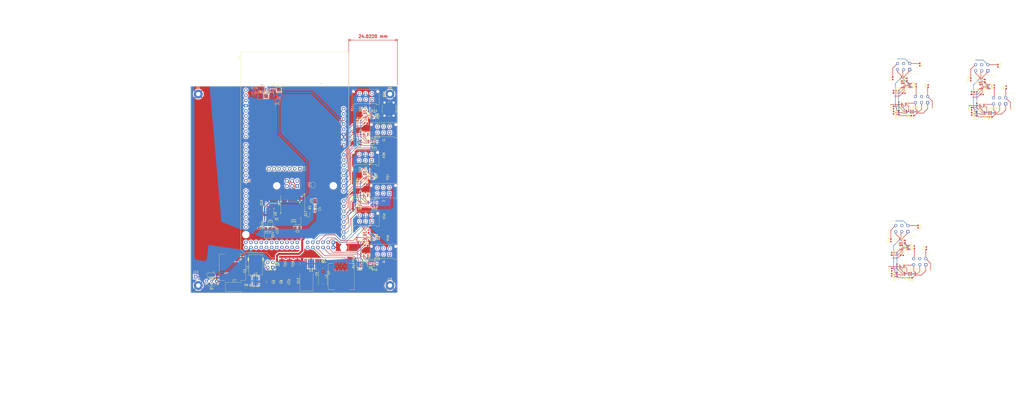
<source format=kicad_pcb>
(kicad_pcb (version 20240108) (generator "pcbnew") (generator_version "8.0")
  (layers (0 "F.Cu" signal) (31 "B.Cu" signal) (34 "B.Paste" user) (35 "F.Paste" user) (36 "B.SilkS" user "B.Silkscreen") (37 "F.SilkS" user "F.Silkscreen") (38 "B.Mask" user) (39 "F.Mask" user) (44 "Edge.Cuts" user))
  (net 0 "")
  (net 2 "button5_1")
  (net 3 "button3_3")
  (net 4 "button6_2")
  (net 5 "Net-(D15-K)")
  (net 8 "button4_1")
  (net 10 "Net-(D13-K)")
  (net 11 "button3_0")
  (net 14 "button5_3")
  (net 15 "button5_2")
  (net 18 "MCU_5V")
  (net 21 "+5V")
  (net 22 "button4_0")
  (net 23 "MCU_MISO")
  (net 25 "button4_2")
  (net 27 "button1_0")
  (net 30 "CAN_CS")
  (net 33 "MCU_SCL")
  (net 34 "button6_3")
  (net 35 "button5_0")
  (net 36 "button1_1")
  (net 38 "MCU_CLK")
  (net 39 "+12V")
  (net 40 "button6_0")
  (net 42 "GND")
  (net 44 "button3_2")
  (net 45 "Net-(A1-D0{slash}RX0)")
  (net 47 "button2_0")
  (net 50 "LED_PWM_controller")
  (net 51 "button4_3")
  (net 52 "button1_2")
  (net 54 "button1_3")
  (net 55 "MCU_SDA")
  (net 56 "button2_3")
  (net 57 "button3_1")
  (net 58 "~{INT}")
  (net 59 "button2_2")
  (net 60 "+3.3V")
  (net 62 "button6_1")
  (net 63 "~{RESET}")
  (net 64 "button2_1")
  (net 67 "MCU_MOSI")
  (net 68 "Net-(U1-OSC2)")
  (net 69 "Net-(U1-OSC1)")
  (net 70 "Net-(JP5-A)")
  (net 71 "Net-(U2-BOOT)")
  (net 72 "CAN_H")
  (net 73 "CAN_L")
  (net 74 "+7V")
  (net 75 "Net-(U3-BOOT)")
  (net 76 "Net-(U1-RXCAN)")
  (net 77 "Net-(U1-TXCAN)")
  (net 78 "Net-(DZ1B-C2)")
  (net 79 "Net-(DZ1C-C3)")
  (net 80 "Net-(DZ1A-C1)")
  (net 81 "Net-(DZ2B-C2)")
  (net 82 "Net-(DZ2C-C3)")
  (net 83 "Net-(DZ2A-C1)")
  (net 84 "Net-(J1-Pin_6)")
  (net 85 "Net-(J2-Pin_6)")
  (net 86 "Net-(JP8-B)")
  (net 87 "SDO")
  (net 88 "Net-(JP6-A)")
  (net 90 "SDA_3V")
  (net 91 "SCL_3V")
  (net 92 "Net-(U6-S)")
  (net 93 "Net-(U3-VSENSE)")
  (net 94 "Net-(U2-VSENSE)")
  (net 95 "Net-(JP4-A)")
  (net 96 "Net-(JP3-A)")
  (net 101 "Net-(Q5B-D2)")
  (net 102 "MCU_GND")
  (net 109 "CAN_INT")
  (net 115 "INT1")
  (net 117 "INT2")
  (net 121 "Net-(Q3B-D2)")
  (net 122 "LED_PWM")
  (net 130 "Net-(D1C-A3)")
  (net 131 "Net-(D1B-A3)")
  (net 132 "Net-(D1A-A3)")
  (net 133 "Net-(D2B-A3)")
  (net 134 "Net-(D2C-A3)")
  (net 135 "Net-(D2A-A3)")
  (net 143 "Net-(JP8-C)")
  (net 144 "+5V_MCU")
  (net 145 "Net-(D16-Pad2)")
  (net 146 "Net-(D17-Pad2)")
  (net 147 "Net-(D5C-A3)")
  (net 149 "Net-(D5B-A3)")
  (net 150 "Net-(D5A-A3)")
  (net 151 "Net-(D6C-A3)")
  (net 152 "Net-(D6B-A3)")
  (net 153 "Net-(D6A-A3)")
  (net 154 "Net-(D7A-A3)")
  (net 155 "/LED and Buttons/Connector_4/button_1_1")
  (net 156 "Net-(D7B-A3)")
  (net 157 "/LED and Buttons/Connector_4/button_1_2")
  (net 158 "Net-(D7C-A3)")
  (net 159 "/LED and Buttons/Connector_4/button_1_3")
  (net 160 "Net-(D8B-A3)")
  (net 161 "/LED and Buttons/Connector_4/button_2_2")
  (net 162 "Net-(D8C-A3)")
  (net 163 "/LED and Buttons/Connector_4/button_2_3")
  (net 164 "/LED and Buttons/Connector_4/button_2_1")
  (net 165 "Net-(D8A-A3)")
  (net 166 "Net-(D9C-A3)")
  (net 167 "Net-(D9A-A3)")
  (net 168 "Net-(D9B-A3)")
  (net 169 "/LED and Buttons/Connector_5/button_1_3")
  (net 170 "/LED and Buttons/Connector_5/button_1_1")
  (net 171 "/LED and Buttons/Connector_5/button_1_2")
  (net 172 "/LED and Buttons/Connector_5/button_2_1")
  (net 173 "Net-(D10C-A3)")
  (net 174 "Net-(D10A-A3)")
  (net 175 "Net-(D10B-A3)")
  (net 176 "/LED and Buttons/Connector_5/button_2_3")
  (net 177 "/LED and Buttons/Connector_5/button_2_2")
  (net 178 "Net-(D11C-A3)")
  (net 179 "/LED and Buttons/Connector_6/button_1_2")
  (net 180 "/LED and Buttons/Connector_6/button_1_3")
  (net 181 "Net-(D11A-A3)")
  (net 182 "Net-(D11B-A3)")
  (net 183 "/LED and Buttons/Connector_6/button_1_1")
  (net 184 "Net-(D12B-A3)")
  (net 185 "/LED and Buttons/Connector_6/button_2_1")
  (net 186 "Net-(D12C-A3)")
  (net 187 "/LED and Buttons/Connector_6/button_2_3")
  (net 188 "Net-(D12A-A3)")
  (net 189 "/LED and Buttons/Connector_6/button_2_2")
  (net 190 "Net-(DZ5A-C1)")
  (net 191 "Net-(DZ5B-C2)")
  (net 192 "Net-(DZ5C-C3)")
  (net 193 "Net-(DZ6A-C1)")
  (net 194 "Net-(DZ6C-C3)")
  (net 195 "Net-(DZ6B-C2)")
  (net 196 "Net-(DZ7A-C1)")
  (net 197 "Net-(DZ7B-C2)")
  (net 198 "Net-(DZ7C-C3)")
  (net 199 "Net-(DZ8A-C1)")
  (net 200 "Net-(DZ8C-C3)")
  (net 201 "Net-(DZ8B-C2)")
  (net 202 "Net-(DZ9A-C1)")
  (net 203 "Net-(DZ9C-C3)")
  (net 204 "Net-(DZ9B-C2)")
  (net 205 "Net-(DZ10B-C2)")
  (net 206 "Net-(DZ10A-C1)")
  (net 207 "Net-(DZ10C-C3)")
  (net 208 "Net-(DZ11C-C3)")
  (net 209 "Net-(DZ11A-C1)")
  (net 210 "Net-(DZ11B-C2)")
  (net 211 "Net-(DZ12C-C3)")
  (net 212 "Net-(DZ12A-C1)")
  (net 213 "Net-(DZ12B-C2)")
  (net 214 "Net-(J5-Pin_6)")
  (net 215 "Net-(J6-Pin_6)")
  (net 216 "Net-(J7-Pin_6)")
  (net 217 "/LED and Buttons/Connector_4/button_1_0")
  (net 218 "Net-(J8-Pin_6)")
  (net 219 "/LED and Buttons/Connector_4/button_2_0")
  (net 220 "Net-(J9-Pin_6)")
  (net 221 "/LED and Buttons/Connector_5/button_1_0")
  (net 222 "/LED and Buttons/Connector_5/button_2_0")
  (net 223 "Net-(J10-Pin_6)")
  (net 224 "/LED and Buttons/Connector_6/button_1_0")
  (net 225 "Net-(J11-Pin_6)")
  (net 226 "Net-(J12-Pin_6)")
  (net 227 "/LED and Buttons/Connector_6/button_2_0")
  (net 228 "Net-(Q10B-D2)")
  (net 229 "Net-(Q11B-D2)")
  (net 230 "Net-(Q13B-D2)")
  (net 231 "Net-(Q14B-D2)")
  (net 232 "Net-(Q16B-D2)")
  (net 233 "Net-(Q17B-D2)")
  (net 234 "Net-(Q19B-D2)")
  (net 235 "Net-(Q20B-D2)")
  (net 236 "Net-(D3C-A3)")
  (net 237 "Net-(D3A-A3)")
  (net 238 "Net-(D3B-A3)")
  (net 239 "Net-(D4C-A3)")
  (net 240 "Net-(D4B-A3)")
  (net 241 "Net-(D4A-A3)")
  (net 242 "Net-(DZ3A-C1)")
  (net 243 "Net-(DZ3C-C3)")
  (net 244 "Net-(DZ3B-C2)")
  (net 245 "Net-(DZ4C-C3)")
  (net 246 "Net-(DZ4B-C2)")
  (net 247 "Net-(DZ4A-C1)")
  (net 248 "Net-(J3-Pin_6)")
  (net 249 "Net-(J4-Pin_6)")
  (net 250 "Net-(Q7B-D2)")
  (net 251 "Net-(Q8B-D2)")
  (footprint "Capacitor_SMD:C_1210_3225Metric_Pad1.33x2.70mm_HandSolder" (layer "F.Cu") (at 220.98 125.802 90)
    (property "Reference" "C16")
    (property "Value" "GRM32ER61E226KE15L")
  )
  (footprint "Inductor_SMD:L_Bourns_SRR1208_12.7x12.7mm" (layer "F.Cu") (at 188.976 127.508 -90)
    (property "Reference" "L1")
    (property "Value" "15uH")
  )
  (footprint "MountingHole:MountingHole_2.2mm_M2_Pad" (layer "F.Cu") (at 172.085 41.91)
    (property "Reference" "H1")
    (property "Value" "MountingHole_Pad")
  )
  (footprint "Resistor_SMD:R_0402_1005Metric_Pad0.72x0.64mm_HandSolder" (layer "F.Cu") (at 519.46 121.597502)
    (property "Reference" "R62")
    (property "Value" "10k")
  )
  (footprint "Resistor_SMD:R_0402_1005Metric_Pad0.72x0.64mm_HandSolder" (layer "F.Cu") (at 256.296487 49.516174 90)
    (property "Reference" "R17")
    (property "Value" "180")
  )
  (footprint "Inductor_SMD:L_Bourns_SRR1208_12.7x12.7mm" (layer "F.Cu") (at 242.665176 132.109854 90)
    (property "Reference" "L3")
    (property "Value" "15uH")
  )
  (footprint "Resistor_SMD:R_0402_1005Metric_Pad0.72x0.64mm_HandSolder" (layer "F.Cu") (at 252.3 61.3 -90)
    (property "Reference" "R24")
    (property "Value" "10k")
  )
  (footprint "Package_TO_SOT_SMD:SOT-363_SC-70-6" (layer "F.Cu") (at 254.3 109.42994 90)
    (property "Reference" "DZ5")
    (property "Value" "BZX84C3V3TS-7-F")
  )
  (footprint "Connector_Molex:Molex_Micro-Fit_3.0_43045-0612_2x03_P3.00mm_Vertical" (layer "F.Cu") (at 266.45 91.05 180)
    (property "Reference" "J4")
    (property "Value" "Button 1 molex-µfit connector")
  )
  (footprint "Package_SO:SOIC-18W_7.5x11.6mm_P1.27mm" (layer "F.Cu") (at 218.7448 96.0628 90)
    (property "Reference" "U1")
    (property "Value" "MCP2515-xSO")
  )
  (footprint "Resistor_SMD:R_0402_1005Metric_Pad0.72x0.64mm_HandSolder" (layer "F.Cu") (at 553.4 34.750001 90)
    (property "Reference" "R78")
    (property "Value" "100")
  )
  (footprint "Resistor_SMD:R_0402_1005Metric_Pad0.72x0.64mm_HandSolder" (layer "F.Cu") (at 516.3575 120.400002)
    (property "Reference" "R67")
    (property "Value" "10k")
  )
  (footprint "Package_TO_SOT_SMD:SOT-363_SC-70-6" (layer "F.Cu") (at 518.96 114.529942 90)
    (property "Reference" "DZ9")
    (property "Value" "BZX84C3V3TS-7-F")
  )
  (footprint "Resistor_SMD:R_0402_1005Metric_Pad0.72x0.64mm_HandSolder" (layer "F.Cu") (at 258.9 49.1 180)
    (property "Reference" "R23")
    (property "Value" "10k")
  )
  (footprint "PCM_Package_TO_SOT_SMD_AKL:SOT-23" (layer "F.Cu") (at 206.4879 111.4392 -90)
    (property "Reference" "D14")
    (property "Value" "PESD1CAN" (hide yes))
  )
  (footprint "Resistor_SMD:R_0402_1005Metric_Pad0.72x0.64mm_HandSolder" (layer "F.Cu") (at 553.8 41.395001 -90)
    (property "Reference" "R77")
    (property "Value" "10k")
  )
  (footprint "Resistor_SMD:R_0402_1005Metric_Pad0.72x0.64mm_HandSolder" (layer "F.Cu") (at 262.6 72.2 -90)
    (property "Reference" "R28")
    (property "Value" "10k")
  )
  (footprint "Capacitor_SMD:C_1210_3225Metric_Pad1.33x2.70mm_HandSolder" (layer "F.Cu") (at 214.63 134.75 -90)
    (property "Reference" "C10")
    (property "Value" "GRM32ER61E226KE15L")
  )
  (footprint "Jumper:SolderJumper-2_P1.3mm_Bridged_RoundedPad1.0x1.5mm" (layer "F.Cu") (at 207.6307 106.3244)
    (property "Reference" "JP4")
    (property "Value" "~")
  )
  (footprint "Connector_Molex:Molex_Micro-Fit_3.0_43045-0612_2x03_P3.00mm_Vertical" (layer "F.Cu") (at 523.2525 29.81 180)
    (property "Reference" "J7")
    (property "Value" "Button 1 molex-µfit connector")
  )
  (footprint "Resistor_SMD:R_0402_1005Metric_Pad0.72x0.64mm_HandSolder" (layer "F.Cu") (at 514.36 120.895002 -90)
    (property "Reference" "R65")
    (property "Value" "10k")
  )
  (footprint "Connector_Molex:Molex_Micro-Fit_3.0_43045-0612_2x03_P3.00mm_Vertical" (layer "F.Cu") (at 522.36 109.900002 180)
    (property "Reference" "J9")
    (property "Value" "Button 1 molex-µfit connector")
  )
  (footprint "Resistor_SMD:R_0402_1005Metric_Pad0.72x0.64mm_HandSolder" (layer "F.Cu") (at 204.9995 106.0583 90)
    (property "Reference" "R26")
    (property "Value" "120")
  )
  (footprint "Package_SO:TI_SO-PowerPAD-8_ThermalVias" (layer "F.Cu") (at 227.805 125.765 180)
    (property "Reference" "U3")
    (property "Value" "TPS5430DDA")
  )
  (footprint "Capacitor_SMD:C_1210_3225Metric_Pad1.33x2.70mm_HandSolder" (layer "F.Cu") (at 217.17 125.802 90)
    (property "Reference" "C11")
    (property "Value" "GRM32ER61E226KE15L")
  )
  (footprint "PCM_Package_TO_SOT_SMD_AKL:SOT-363_SC-70-6" (layer "F.Cu") (at 562.014556 38.256211 -90)
    (property "Reference" "Q19")
    (property "Value" "2N7002DW" (hide yes))
  )
  (footprint "Resistor_SMD:R_0402_1005Metric_Pad0.72x0.64mm_HandSolder" (layer "F.Cu") (at 266.7 82.8975 90)
    (property "Reference" "R34")
    (property "Value" "100")
  )
  (footprint "MountingHole:MountingHole_2.2mm_M2_Pad" (layer "F.Cu") (at 172.085 136.525)
    (property "Reference" "H2")
    (property "Value" "MountingHole_Pad")
  )
  (footprint "PCM_Package_TO_SOT_SMD_AKL:SOT-363_SC-70-6" (layer "F.Cu") (at 257.814556 82.55621 -90)
    (property "Reference" "Q7")
    (property "Value" "2N7002DW" (hide yes))
  )
  (footprint "Resistor_SMD:R_0402_1005Metric_Pad0.72x0.64mm_HandSolder" (layer "F.Cu") (at 563.2 53.200001 180)
    (property "Reference" "R81")
    (property "Value" "180")
  )
  (footprint "TestPoint:TestPoint_Pad_2.0x2.0mm" (layer "F.Cu") (at 205.5876 42.8752)
    (property "Reference" "TP_SDA3v1")
    (property "Value" "3v SDA TestPoint")
  )
  (footprint "PCM_Package_TO_SOT_SMD_AKL:SOT-363_SC-70-6" (layer "F.Cu") (at 522.574556 117.756212 -90)
    (property "Reference" "Q16")
    (property "Value" "2N7002DW" (hide yes))
  )
  (footprint "Connector_Molex:Molex_Micro-Fit_3.0_43045-0612_2x03_P3.00mm_Vertical" (layer "F.Cu") (at 257.6 74.7 180)
    (property "Reference" "J3")
    (property "Value" "Button 1 molex-µfit connector")
  )
  (footprint "Diode_SMD:D_SMC" (layer "F.Cu") (at 225.5 134.2 90)
    (property "Reference" "D13")
    (property "Value" "B220-13-F")
  )
  (footprint "Package_TO_SOT_SMD:SOT-363_SC-70-6" (layer "F.Cu") (at 260.4 125.65)
    (property "Reference" "DZ6")
    (property "Value" "BZX84C3V3TS-7-F")
  )
  (footprint "PCM_Package_TO_SOT_SMD_AKL:SOT-363_SC-70-6" (layer "F.Cu") (at 257.15 65.4525 180)
    (property "Reference" "D2")
    (property "Value" "BAS16VYs" (hide yes))
  )
  (footprint "Resistor_SMD:R_0402_1005Metric_Pad0.72x0.64mm_HandSolder" (layer "F.Cu") (at 249.3 109.15 90)
    (property "Reference" "R42")
    (property "Value" "100")
  )
  (footprint "Resistor_SMD:R_0402_1005Metric_Pad0.72x0.64mm_HandSolder" (layer "F.Cu") (at 517.25 40.31)
    (property "Reference" "R55")
    (property "Value" "10k")
  )
  (footprint "PCM_Package_TO_SOT_SMD_AKL:SOT-363_SC-70-6" (layer "F.Cu") (at 257.05 95.55 180)
    (property "Reference" "D4")
    (property "Value" "BAS16VYs" (hide yes))
  )
  (footprint "PCM_Package_TO_SOT_SMD_AKL:SOT-363_SC-70-6" (layer "F.Cu") (at 519.074556 117.756212 -90)
    (property "Reference" "D9")
    (property "Value" "BAS16VYs" (hide yes))
  )
  (footprint "Resistor_SMD:R_0402_1005Metric_Pad0.72x0.64mm_HandSolder" (layer "F.Cu") (at 525.56 117.597502 90)
    (property "Reference" "R72")
    (property "Value" "10k")
  )
  (footprint "Button_Switch_THT:SW_PUSH_6mm" (layer "F.Cu") (at 268.5 46.1 -90)
    (property "Reference" "SW1")
    (property "Value" "Push_Button")
  )
  (footprint "Connector_PinSocket_2.54mm:PinSocket_2x02_P2.54mm_Vertical" (layer "F.Cu") (at 208.915 127.635 -90)
    (property "Reference" "J0")
    (property "Value" "Quick_connector")
  )
  (footprint "Capacitor_SMD:C_0805_2012Metric_Pad1.18x1.45mm_HandSolder" (layer "F.Cu") (at 228.3 98.6375 -90)
    (property "Reference" "C13")
    (property "Value" "0.1uF")
  )
  (footprint "Resistor_SMD:R_0402_1005Metric_Pad0.72x0.64mm_HandSolder" (layer "F.Cu") (at 256.296487 109.713674 90)
    (property "Reference" "R39")
    (property "Value" "180")
  )
  (footprint "Resistor_SMD:R_0402_1005Metric_Pad0.72x0.64mm_HandSolder" (layer "F.Cu") (at 210.7399 104.8512)
    (property "Reference" "R2")
    (property "Value" "10k")
  )
  (footprint "Resistor_SMD:R_0402_1005Metric_Pad0.72x0.64mm_HandSolder" (layer "F.Cu") (at 251.5975 85.2)
    (property "Reference" "R31")
    (property "Value" "10k")
  )
  (footprint "Connector_Molex:Molex_Micro-Fit_3.0_43045-0612_2x03_P3.00mm_Vertical" (layer "F.Cu") (at 257.7 44.6025 180)
    (property "Reference" "J1")
    (property "Value" "Button 1 molex-µfit connector")
  )
  (footprint "Package_TO_SOT_SMD:SOT-363_SC-70-6" (layer "F.Cu") (at 525.06 130.750002)
    (property "Reference" "DZ10")
    (property "Value" "BZX84C3V3TS-7-F")
  )
  (footprint "PCM_Package_TO_SOT_SMD_AKL:SOT-363_SC-70-6" (layer "F.Cu") (at 257.914556 112.65621 -90)
    (property "Reference" "Q10")
    (property "Value" "2N7002DW" (hide yes))
  )
  (footprint "Capacitor_SMD:C_1210_3225Metric_Pad1.33x2.70mm_HandSolder" (layer "F.Cu") (at 207.01 134.75 -90)
    (property "Reference" "C3")
    (property "Value" "GRM32ER61E226KE15L")
  )
  (footprint "PCM_Capacitor_Tantalum_SMD_AKL:CAP_10TPB220ML" (layer "F.Cu") (at 233.6 132.7 -90)
    (property "Reference" "C17")
    (property "Value" "10TPB220ML")
  )
  (footprint "Resistor_SMD:R_0402_1005Metric_Pad0.72x0.64mm_HandSolder" (layer "F.Cu") (at 206.6544 95.6056 90)
    (property "Reference" "R1")
    (property "Value" "1k")
  )
  (footprint "Resistor_SMD:R_0402_1005Metric_Pad0.72x0.64mm_HandSolder" (layer "F.Cu") (at 226.06 98.0561 -90)
    (property "Reference" "R3")
    (property "Value" "1k")
  )
  (footprint "PCM_Package_TO_SOT_SMD_AKL:SOT-363_SC-70-6" (layer "F.Cu") (at 523.467056 37.66621 -90)
    (property "Reference" "Q13")
    (property "Value" "2N7002DW" (hide yes))
  )
  (footprint "PCM_Package_TO_SOT_SMD_AKL:SOT-363_SC-70-6" (layer "F.Cu") (at 561.25 51.250001 180)
    (property "Reference" "D12")
    (property "Value" "BAS16VYs" (hide yes))
  )
  (footprint "Resistor_SMD:R_0402_1005Metric_Pad0.72x0.64mm_HandSolder" (layer "F.Cu") (at 513.96 114.250002 90)
    (property "Reference" "R66")
    (property "Value" "100")
  )
  (footprint "Package_TO_SOT_SMD:SOT-363_SC-70-6" (layer "F.Cu") (at 254.3 49.23244 90)
    (property "Reference" "DZ1")
    (property "Value" "BZX84C3V3TS-7-F")
  )
  (footprint "PCM_Package_TO_SOT_SMD_AKL:SOT-363_SC-70-6" (layer "F.Cu") (at 254.75 122.05 180)
    (property "Reference" "Q12")
    (property "Value" "2N7002DW" (hide yes))
  )
  (footprint "Resistor_SMD:R_0402_1005Metric_Pad0.72x0.64mm_HandSolder" (layer "F.Cu") (at 249.7 55.5975 -90)
    (property "Reference" "R16")
    (property "Value" "10k")
  )
  (footprint "MountingHole:MountingHole_2.2mm_M2_Pad" (layer "F.Cu") (at 266.7 41.91)
    (property "Reference" "H4")
    (property "Value" "MountingHole_Pad")
  )
  (footprint "Connector_Molex:Molex_Micro-Fit_3.0_43045-0612_2x03_P3.00mm_Vertical" (layer "F.Cu") (at 570.65 46.750001 180)
    (property "Reference" "J12")
    (property "Value" "Button 1 molex-µfit connector")
  )
  (footprint "Resistor_SMD:R_0402_1005Metric_Pad0.72x0.64mm_HandSolder" (layer "F.Cu") (at 262.7 42.1025 -90)
    (property "Reference" "R15")
    (property "Value" "10k")
  )
  (footprint "Capacitor_SMD:C_0402_1005Metric_Pad0.74x0.62mm_HandSolder" (layer "F.Cu") (at 196.1388 129.3368 90)
    (property "Reference" "C5")
    (property "Value" "10nF")
  )
  (footprint "Resistor_SMD:R_0402_1005Metric_Pad0.72x0.64mm_HandSolder" (layer "F.Cu") (at 560.396487 35.313675 90)
    (property "Reference" "R75")
    (property "Value" "180")
  )
  (footprint "LED_SMD:LED_0603_1608Metric_Pad1.05x0.95mm_HandSolder" (layer "F.Cu") (at 226.4664 101.0018 90)
    (property "Reference" "D17")
    (property "Value" "KT-0603R")
  )
  (footprint "Resistor_SMD:R_0402_1005Metric_Pad0.72x0.64mm_HandSolder" (layer "F.Cu") (at 252.2 91.3975 -90)
    (property "Reference" "R37")
    (property "Value" "10k")
  )
  (footprint "Resistor_SMD:R_0402_1005Metric_Pad0.72x0.64mm_HandSolder" (layer "F.Cu") (at 528.2525 27.31 -90)
    (property "Reference" "R52")
    (property "Value" "10k")
  )
  (footprint "Jumper:SolderJumper-3_P1.3mm_Bridged12_RoundedPad1.0x1.5mm" (layer "F.Cu") (at 178.4304 131.2164 180)
    (property "Reference" "JP8")
    (property "Value" "~")
  )
  (footprint "Resistor_SMD:R_0402_1005Metric_Pad0.72x0.64mm_HandSolder" (layer "F.Cu") (at 249.3 48.9525 90)
    (property "Reference" "R14")
    (property "Value" "100")
  )
  (footprint "PCM_Package_TO_SOT_SMD_AKL:SOT-363_SC-70-6" (layer "F.Cu") (at 257.15 125.65 180)
    (property "Reference" "D6")
    (property "Value" "BAS16VYs" (hide yes))
  )
  (footprint "Resistor_SMD:R_0402_1005Metric_Pad0.72x0.64mm_HandSolder" (layer "F.Cu") (at 249.7 123.595 90)
    (property "Reference" "R47")
    (property "Value" "10k")
  )
  (footprint "Connector_Molex:Molex_Micro-Fit_3.0_43045-0612_2x03_P3.00mm_Vertical" (layer "F.Cu") (at 561.8 30.400001 180)
    (property "Reference" "J11")
    (property "Value" "Button 1 molex-µfit connector")
  )
  (footprint "Resistor_SMD:R_0402_1005Metric_Pad0.72x0.64mm_HandSolder" (layer "F.Cu") (at 195.6175 137.7275)
    (property "Reference" "R6")
    (property "Value" "10k")
  )
  (footprint "Resistor_SMD:R_0402_1005Metric_Pad0.72x0.64mm_HandSolder" (layer "F.Cu") (at 570.9 38.597501 90)
    (property "Reference" "R82")
    (property "Value" "100")
  )
  (footprint "Resistor_SMD:R_0402_1005Metric_Pad0.72x0.64mm_HandSolder" (layer "F.Cu") (at 521.848987 34.723674 90)
    (property "Reference" "R51")
    (property "Value" "180")
  )
  (footprint "Resistor_SMD:R_0402_1005Metric_Pad0.72x0.64mm_HandSolder" (layer "F.Cu") (at 553.8 51.697501 -90)
    (property "Reference" "R80")
    (property "Value" "10k")
  )
  (footprint "PCM_Package_TO_SOT_SMD_AKL:SOT-363_SC-70-6" (layer "F.Cu") (at 254.414556 52.45871 -90)
    (property "Reference" "D1")
    (property "Value" "BAS16VYs" (hide yes))
  )
  (footprint "PCM_Package_TO_SOT_SMD_AKL:SOT-363_SC-70-6" (layer "F.Cu") (at 516.56 131.100002 90)
    (property "Reference" "Q17")
    (property "Value" "2N7002DW" (hide yes))
  )
  (footprint "Resistor_SMD:R_0402_1005Metric_Pad0.72x0.64mm_HandSolder" (layer "F.Cu") (at 532.3525 38.0075 90)
    (property "Reference" "R58")
    (property "Value" "100")
  )
  (footprint "PCM_Package_TO_SOT_SMD_AKL:SOT-363_SC-70-6" (layer "F.Cu") (at 519.967056 37.66621 -90)
    (property "Reference" "D7")
    (property "Value" "BAS16VYs" (hide yes))
  )
  (footprint "Package_TO_SOT_SMD:SOT-363_SC-70-6" (layer "F.Cu") (at 260.3 95.55)
    (property "Reference" "DZ4")
    (property "Value" "BZX84C3V3TS-7-F")
  )
  (footprint "Package_SO:TI_SO-PowerPAD-8_ThermalVias" (layer "F.Cu") (at 200.373 134.2985)
    (property "Reference" "U2")
    (property "Value" "TPS5430DDA")
  )
  (footprint "Resistor_SMD:R_0402_1005Metric_Pad0.72x0.64mm_HandSolder" (layer "F.Cu") (at 566.8 27.900001 -90)
    (property "Reference" "R76")
    (property "Value" "10k")
  )
  (footprint "Resistor_SMD:R_0402_1005Metric_Pad0.72x0.64mm_HandSolder" (layer "F.Cu") (at 260.9 112.4975 90)
    (property "Reference" "R48")
    (property "Value" "10k")
  )
  (footprint "Resistor_SMD:R_0402_1005Metric_Pad0.72x0.64mm_HandSolder" (layer "F.Cu") (at 555.7975 40.900001)
    (property "Reference" "R79")
    (property "Value" "10k")
  )
  (footprint "Resistor_SMD:R_0402_1005Metric_Pad0.72x0.64mm_HandSolder" (layer "F.Cu") (at 524.6525 52.61 180)
    (property "Reference" "R57")
    (property "Value" "180")
  )
  (footprint "PCM_Package_TO_SOT_SMD_AKL:SOT-363_SC-70-6" (layer "F.Cu") (at 558.514556 38.256211 -90)
    (property "Reference" "D11")
    (property "Value" "BAS16VYs" (hide yes))
  )
  (footprint "Resistor_SMD:R_0402_1005Metric_Pad0.72x0.64mm_HandSolder" (layer "F.Cu") (at 249.2 79.05 90)
    (property "Reference" "R30")
    (property "Value" "100")
  )
  (footprint "Resistor_SMD:R_0402_1005Metric_Pad0.72x0.64mm_HandSolder" (layer "F.Cu") (at 553.8 49.195001 90)
    (property "Reference" "R83")
    (property "Value" "10k")
  )
  (footprint "Crystal:Crystal_SMD_3225-4Pin_3.2x2.5mm" (layer "F.Cu") (at 221.1324 104.4448 90)
    (property "Reference" "Y1")
    (property "Value" "16MHz")
  )
  (footprint "Connector_Molex:Molex_Micro-Fit_3.0_43045-0612_2x03_P3.00mm_Vertical" (layer "F.Cu") (at 257.7 104.8 180)
    (property "Reference" "J5")
    (property "Value" "Button 1 molex-µfit connector")
  )
  (footprint "Capacitor_SMD:C_0805_2012Metric_Pad1.18x1.45mm_HandSolder" (layer "F.Cu") (at 230.4336 98.6375 -90)
    (property "Reference" "C4")
    (property "Value" "0.1uF")
  )
  (footprint "PCM_Package_TO_SOT_SMD_AKL:SOT-363_SC-70-6" (layer "F.Cu") (at 251.9 126 90)
    (property "Reference" "Q11")
    (property "Value" "2N7002DW" (hide yes))
  )
  (footprint "Resistor_SMD:R_0402_1005Metric_Pad0.72x0.64mm_HandSolder" (layer "F.Cu") (at 249.8 126.7 90)
    (property "Reference" "R44")
    (property "Value" "10k")
  )
  (footprint "PCM_Diode_SMD_AKL:D_SMC" (layer "F.Cu") (at 200.406 126.2888 -90)
    (property "Reference" "D15")
    (property "Value" "30BQ040" (hide yes))
  )
  (footprint "Resistor_SMD:R_0402_1005Metric_Pad0.72x0.64mm_HandSolder" (layer "F.Cu") (at 249.7 65.9 -90)
    (property "Reference" "R19")
    (property "Value" "10k")
  )
  (footprint "Connector_Molex:Molex_Micro-Fit_3.0_43045-0612_2x03_P3.00mm_Vertical" (layer "F.Cu") (at 266.55 121.15 180)
    (property "Reference" "J6")
    (property "Value" "Button 1 molex-µfit connector")
  )
  (footprint "PCM_Package_TO_SOT_SMD_AKL:SOT-363_SC-70-6" (layer "F.Cu") (at 520.3025 47.06 180)
    (property "Reference" "Q15")
    (property "Value" "2N7002DW" (hide yes))
  )
  (footprint "Resistor_SMD:R_0402_1005Metric_Pad0.72x0.64mm_HandSolder" (layer "F.Cu") (at 558.9 42.097501)
    (property "Reference" "R74")
    (property "Value" "10k")
  )
  (footprint "PCM_Package_TO_SOT_SMD_AKL:SOT-363_SC-70-6" (layer "F.Cu") (at 254.65 91.95 180)
    (property "Reference" "Q9")
    (property "Value" "2N7002DW" (hide yes))
  )
  (footprint "Resistor_SMD:R_0402_1005Metric_Pad0.72x0.64mm_HandSolder" (layer "F.Cu") (at 520.956487 114.813676 90)
    (property "Reference" "R63")
    (property "Value" "180")
  )
  (footprint "Resistor_SMD:R_0402_1005Metric_Pad0.72x0.64mm_HandSolder" (layer "F.Cu") (at 252.3 121.4975 -90)
    (property "Reference" "R49")
    (property "Value" "10k")
  )
  (footprint "PCM_Package_TO_SOT_SMD_AKL:SOT-363_SC-70-6" (layer "F.Cu") (at 251.9 65.8025 90)
    (property "Reference" "Q3")
    (property "Value" "2N7002DW" (hide yes))
  )
  (footprint "Resistor_SMD:R_0402_1005Metric_Pad0.72x0.64mm_HandSolder" (layer "F.Cu") (at 232.41 124.4975 -90)
    (property "Reference" "R5")
    (property "Value" "FRC0402F2101TS")
  )
  (footprint "Connector_Molex:Molex_Micro-Fit_3.0_43045-0612_2x03_P3.00mm_Vertical" (layer "F.Cu") (at 266.55 60.9525 180)
    (property "Reference" "J2")
    (property "Value" "Button 1 molex-µfit connector")
  )
  (footprint "Package_TO_SOT_SMD:SOT-363_SC-70-6" (layer "F.Cu") (at 564.5 51.250001)
    (property "Reference" "DZ12")
    (property "Value" "BZX84C3V3TS-7-F")
  )
  (footprint "Resistor_SMD:R_0402_1005Metric_Pad0.72x0.64mm_HandSolder" (layer "F.Cu") (at 527.36 107.400002 -90)
    (property "Reference" "R64")
    (property "Value" "10k")
  )
  (footprint "Resistor_SMD:R_0402_1005Metric_Pad0.72x0.64mm_HandSolder" (layer "F.Cu") (at 251.6975 115.3)
    (property "Reference" "R43")
    (property "Value" "10k")
  )
  (footprint "Resistor_SMD:R_0402_1005Metric_Pad0.72x0.64mm_HandSolder" (layer "F.Cu") (at 266.8 112.9975 90)
    (property "Reference" "R46")
    (property "Value" "100")
  )
  (footprint "LED_SMD:LED_0603_1608Metric_Pad1.05x0.95mm_HandSolder" (layer "F.Cu") (at 204.6732 95.504 90)
    (property "Reference" "D16")
    (property "Value" "KT-0603R")
  )
  (footprint "PCM_Package_TO_SOT_SMD_AKL:SOT-363_SC-70-6" (layer "F.Cu") (at 254.75 61.8525 180)
    (property "Reference" "Q2")
    (property "Value" "2N7002DW" (hide yes))
  )
  (footprint "Resistor_SMD:R_0402_1005Metric_Pad0.72x0.64mm_HandSolder" (layer "F.Cu") (at 259.1 67.4025 180)
    (property "Reference" "R21")
    (property "Value" "180")
  )
  (footprint "MountingHole:MountingHole_2.2mm_M2_Pad" (layer "F.Cu") (at 266.7 136.525)
    (property "Reference" "H3")
    (property "Value" "MountingHole_Pad")
  )
  (footprint "Package_TO_SOT_SMD:SOT-363_SC-70-6" (layer "F.Cu") (at 260.4 65.4525)
    (property "Reference" "DZ2")
    (property "Value" "BZX84C3V3TS-7-F")
  )
  (footprint "Resistor_SMD:R_0402_1005Metric_Pad0.72x0.64mm_HandSolder" (layer "F.Cu") (at 260.8 82.3975 90)
    (property "Reference" "R36")
    (property "Value" "10k")
  )
  (footprint "Connector_PinHeader_2.54mm:PinHeader_1x07_P2.54mm_Vertical" (layer "F.Cu") (at 222.25 78.8416 -90)
    (property "Reference" "J15")
    (property "Value" "CAN pin header")
  )
  (footprint "Resistor_SMD:R_0402_1005Metric_Pad0.72x0.64mm_HandSolder" (layer "F.Cu") (at 517.8525 46.5075 -90)
    (property "Reference" "R61")
    (property "Value" "10k")
  )
  (footprint "Capacitor_SMD:C_0402_1005Metric_Pad0.74x0.62mm_HandSolder" (layer "F.Cu") (at 229.4 130.9 -90)
    (property "Reference" "C9")
    (property "Value" "10nF")
  )
  (footprint "Resistor_SMD:R_0402_1005Metric_Pad0.72x0.64mm_HandSolder" (layer "F.Cu") (at 514.8525 34.16 90)
    (property "Reference" "R54")
    (property "Value" "100")
  )
  (footprint "Resistor_SMD:R_0402_1005Metric_Pad0.72x0.64mm_HandSolder" (layer "F.Cu") (at 249.6 93.495 90)
    (property "Reference" "R35")
    (property "Value" "10k")
  )
  (footprint "Package_TO_SOT_SMD:SOT-363_SC-70-6" (layer "F.Cu") (at 519.8525 34.43994 90)
    (property "Reference" "DZ7")
    (property "Value" "BZX84C3V3TS-7-F")
  )
  (footprint "Package_TO_SOT_SMD:SOT-363_SC-70-6" (layer "F.Cu") (at 525.9525 50.66)
    (property "Reference" "DZ8")
    (property "Value" "BZX84C3V3TS-7-F")
  )
  (footprint "Resistor_SMD:R_0402_1005Metric_Pad0.72x0.64mm_HandSolder" (layer "F.Cu") (at 262.7 102.3 -90)
    (property "Reference" "R40")
    (property "Value" "10k")
  )
  (footprint "Resistor_SMD:R_0402_1005Metric_Pad0.72x0.64mm_HandSolder" (layer "F.Cu") (at 259 97.5 180)
    (property "Reference" "R33")
    (property "Value" "180")
  )
  (footprint "Jumper:SolderJumper-2_P1.3mm_Bridged_RoundedPad1.0x1.5mm" (layer "F.Cu") (at 229.7 94.75 90)
    (property "Reference" "JP5")
    (property "Value" "~")
  )
  (footprint "Capacitor_SMD:C_0805_2012Metric_Pad1.18x1.45mm_HandSolder" (layer "F.Cu") (at 202.5396 106.6292 180)
    (property "Reference" "C14")
    (property "Value" "14pF")
  )
  (footprint "Resistor_SMD:R_0402_1005Metric_Pad0.72x0.64mm_HandSolder" (layer "F.Cu") (at 514.36 131.197502 -90)
    (property "Reference" "R68")
    (property "Value" "10k")
  )
  (footprint "Resistor_SMD:R_0402_1005Metric_Pad0.72x0.64mm_HandSolder" (layer "F.Cu") (at 515.2525 51.1075 -90)
    (property "Reference" "R56")
    (property "Value" "10k")
  )
  (footprint "Capacitor_SMD:C_0805_2012Metric_Pad1.18x1.45mm_HandSolder" (layer "F.Cu") (at 209.4699 109.5248 -90)
    (property "Reference" "C15")
    (property "Value" "14pF")
  )
  (footprint "Capacitor_SMD:C_0805_2012Metric_Pad1.18x1.45mm_HandSolder" (layer "F.Cu") (at 206.4219 108.5596 180)
    (property "Reference" "C12")
    (property "Value" "14pF")
  )
  (footprint "Resistor_SMD:R_0402_1005Metric_Pad0.72x0.64mm_HandSolder" (layer "F.Cu") (at 526.4525 37.5075 90)
    (property "Reference" "R60")
    (property "Value" "10k")
  )
  (footprint "PCM_Package_TO_SOT_SMD_AKL:SOT-363_SC-70-6" (layer "F.Cu") (at 522.7025 50.66 180)
    (property "Reference" "D8")
    (property "Value" "BAS16VYs" (hide yes))
  )
  (footprint "Capacitor_SMD:C_1210_3225Metric_Pad1.33x2.70mm_HandSolder" (layer "F.Cu") (at 210.82 134.75 -90)
    (property "Reference" "C8")
    (property "Value" "GRM32ER61E226KE15L")
  )
  (footprint "Capacitor_SMD:C_0805_2012Metric_Pad1.18x1.45mm_HandSolder" (layer "F.Cu") (at 221.0308 108.0516 180)
    (property "Reference" "C2")
    (property "Value" "15pF")
  )
  (footprint "Resistor_SMD:R_0402_1005Metric_Pad0.72x0.64mm_HandSolder" (layer "F.Cu") (at 520.3525 41.5075)
    (property "Reference" "R50")
    (property "Value" "10k")
  )
  (footprint "PCM_Package_TO_SOT_SMD_AKL:SOT-363_SC-70-6" (layer "F.Cu") (at 254.314556 82.55621 -90)
    (property "Reference" "D3")
    (property "Value" "BAS16VYs" (hide yes))
  )
  (footprint "PCM_Package_TO_SOT_SMD_AKL:SOT-363_SC-70-6" (layer "F.Cu") (at 254.414556 112.65621 -90)
    (property "Reference" "D5")
    (property "Value" "BAS16VYs" (hide yes))
  )
  (footprint "Package_TO_SOT_SMD:SOT-363_SC-70-6" (layer "F.Cu") (at 558.4 35.029941 90)
    (property "Reference" "DZ11")
    (property "Value" "BZX84C3V3TS-7-F")
  )
  (footprint "Resistor_SMD:R_0402_1005Metric_Pad0.72x0.64mm_HandSolder" (layer "F.Cu") (at 254.7 86.3975)
    (property "Reference" "R25")
    (property "Value" "10k")
  )
  (footprint "Jumper:SolderJumper-2_P1.3mm_Bridged_RoundedPad1.0x1.5mm" (layer "F.Cu") (at 228.7524 86.8576 90)
    (property "Reference" "JP3")
    (property "Value" "~")
  )
  (footprint "Resistor_SMD:R_0402_1005Metric_Pad0.72x0.64mm_HandSolder" (layer "F.Cu") (at 251.6975 55.1025)
    (property "Reference" "R18")
    (property "Value" "10k")
  )
  (footprint "Resistor_SMD:R_0402_1005Metric_Pad0.72x0.64mm_HandSolder" (layer "F.Cu") (at 556.4 47.097501 -90)
    (property "Reference" "R85")
    (property "Value" "10k")
  )
  (footprint "Resistor_SMD:R_0402_1005Metric_Pad0.72x0.64mm_HandSolder" (layer "F.Cu") (at 198.1575 137.7275)
    (property "Reference" "R7")
    (property "Value" "3.24k")
  )
  (footprint "PCM_Package_TO_SOT_SMD_AKL:SOT-363_SC-70-6" (layer "F.Cu") (at 556 51.600001 90)
    (property "Reference" "Q20")
    (property "Value" "2N7002DW" (hide yes))
  )
  (footprint "Resistor_SMD:R_0402_1005Metric_Pad0.72x0.64mm_HandSolder" (layer "F.Cu") (at 255 116.7)
    (property "Reference" "R38")
    (property "Value" "10k")
  )
  (footprint "Resistor_SMD:R_0402_1005Metric_Pad0.72x0.64mm_HandSolder" (layer "F.Cu") (at 515.2525 48.605 90)
    (property "Reference" "R59")
    (property "Value" "10k")
  )
  (footprint "Resistor_SMD:R_0402_1005Metric_Pad0.72x0.64mm_HandSolder" (layer "F.Cu") (at 262 52.9 90)
    (property "Reference" "R20")
    (property "Value" "100")
  )
  (footprint "Resistor_SMD:R_0402_1005Metric_Pad0.72x0.64mm_HandSolder" (layer "F.Cu") (at 259.1 127.6 180)
    (property "Reference" "R45")
    (property "Value" "180")
  )
  (footprint "PCM_Package_TO_SOT_SMD_AKL:SOT-363_SC-70-6" (layer "F.Cu") (at 517.4525 51.01 90)
    (property "Reference" "Q14")
    (property "Value" "2N7002DW" (hide yes))
  )
  (footprint "PCM_Package_TO_SOT_THT_AKL:TO-92_Inline_Wide_DGS" (layer "F.Cu") (at 181.2036 134.4676 180)
    (property "Reference" "Q4")
    (property "Value" "BS170" (hide yes))
  )
  (footprint "TestPoint:TestPoint_Pad_2.0x2.0mm" (layer "F.Cu") (at 211.8868 39.7256)
    (property "Reference" "TP_SCL3v1")
    (property "Value" "SCL TestPoint")
  )
  (footprint "Resistor_SMD:R_0402_1005Metric_Pad0.72x0.64mm_HandSolder" (layer "F.Cu") (at 515.2525 40.805 -90)
    (property "Reference" "R53")
    (property "Value" "10k")
  )
  (footprint "Resistor_SMD:R_0402_1005Metric_Pad0.72x0.64mm_HandSolder" (layer "F.Cu") (at 234.315 123.825 180)
    (property "Reference" "R4")
    (property "Value" "10k")
  )
  (footprint "PCM_Package_TO_SOT_SMD_AKL:SOT-363_SC-70-6" (layer "F.Cu") (at 257.914556 52.45871 -90)
    (property "Reference" "Q5")
    (property "Value" "2N7002DW" (hide yes))
  )
  (footprint "Resistor_SMD:R_0402_1005Metric_Pad0.72x0.64mm_HandSolder" (layer "F.Cu") (at 565 38.097501 90)
    (property "Reference" "R84")
    (property "Value" "10k")
  )
  (footprint "Resistor_SMD:R_0402_1005Metric_Pad0.72x0.64mm_HandSolder" (layer "F.Cu") (at 250.2 113.4 90)
    (property "Reference" "R41")
    (property "Value" "10k")
  )
  (footprint "Package_SO:SOIC-8_3.9x4.9mm_P1.27mm" (layer "F.Cu") (at 206.7052 101.1428 -90)
    (property "Reference" "U6")
    (property "Value" "TJA1051T-3")
  )
  (footprint "Resistor_SMD:R_0402_1005Metric_Pad0.72x0.64mm_HandSolder" (layer "F.Cu") (at 249.7 63.3975 90)
    (property "Reference" "R22")
    (property "Value" "10k")
  )
  (footprint "PCM_Package_TO_SOT_SMD_AKL:SOT-363_SC-70-6" (layer "F.Cu") (at 251.8 95.9 90)
    (property "Reference" "Q8")
    (property "Value" "2N7002DW" (hide yes))
  )
  (footprint "Resistor_SMD:R_0402_1005Metric_Pad0.72x0.64mm_HandSolder" (layer "F.Cu") (at 249.6 95.9975 -90)
    (property "Reference" "R32")
    (property "Value" "10k")
  )
  (footprint "Resistor_SMD:R_0402_1005Metric_Pad0.72x0.64mm_HandSolder" (layer "F.Cu") (at 514.36 128.695002 90)
    (property "Reference" "R71")
    (property "Value" "10k")
  )
  (footprint "Capacitor_SMD:C_1210_3225Metric_Pad1.33x2.70mm_HandSolder" (layer "F.Cu") (at 213.36 125.802 90)
    (property "Reference" "C6")
    (property "Value" "GRM32ER61E226KE15L")
  )
  (footprint "Capacitor_Tantalum_SMD:CP_EIA-7343-15_Kemet-W" (layer "F.Cu") (at 189.9412 137.2108)
    (property "Reference" "C7")
    (property "Value" "220uF")
  )
  (footprint "PCM_Package_TO_SOT_SMD_AKL:SOT-363_SC-70-6" (layer "F.Cu") (at 519.41 127.150002 180)
    (property "Reference" "Q18")
    (property "Value" "2N7002DW" (hide yes))
  )
  (footprint "Package_TO_SOT_SMD:SOT-363_SC-70-6" (layer "F.Cu") (at 254.2 79.32994 90)
    (property "Reference" "DZ3")
    (property "Value" "BZX84C3V3TS-7-F")
  )
  (footprint "PCM_Package_TO_SOT_SMD_AKL:SOT-363_SC-70-6" (layer "F.Cu") (at 558.85 47.650001 180)
    (property "Reference" "Q21")
    (property "Value" "2N7002DW" (hide yes))
  )
  (footprint "PCM_Package_TO_SOT_SMD_AKL:SOT-363_SC-70-6" (layer "F.Cu") (at 521.81 130.750002 180)
    (property "Reference" "D10")
    (property "Value" "BAS16VYs" (hide yes))
  )
  (footprint "Resistor_SMD:R_0402_1005Metric_Pad0.72x0.64mm_HandSolder" (layer "F.Cu") (at 256.196487 79.613674 90)
    (property "Reference" "R27")
    (property "Value" "180")
  )
  (footprint "Connector_PinHeader_2.54mm:PinHeader_1x01_P2.54mm_Vertical" (layer "F.Cu") (at 170.7896 132.1816)
    (property "Reference" "J13")
    (property "Value" "PINHD_1x1_Male")
  )
  (footprint "Resistor_SMD:R_0402_1005Metric_Pad0.72x0.64mm_HandSolder" (layer "F.Cu") (at 249.6 85.695 -90)
    (property "Reference" "R29")
    (property "Value" "10k")
  )
  (footprint "Resistor_SMD:R_0402_1005Metric_Pad0.72x0.64mm_HandSolder" (layer "F.Cu") (at 531.46 118.097502 90)
    (property "Reference" "R70")
    (property "Value" "100")
  )
  (footprint "Resistor_SMD:R_0402_1005Metric_Pad0.72x0.64mm_HandSolder" (layer "F.Cu") (at 523.76 132.700002 180)
    (property "Reference" "R69")
    (property "Value" "180")
  )
  (footprint "Capacitor_SMD:C_0805_2012Metric_Pad1.18x1.45mm_HandSolder" (layer "F.Cu") (at 218.1352 104.4448 -90)
    (property "Reference" "C1")
    (property "Value" "15pF")
  )
  (footprint "Connector_Molex:Molex_Micro-Fit_3.0_43045-0612_2x03_P3.00mm_Vertical" (layer "F.Cu") (at 531.21 126.250002 180)
    (property "Reference" "J10")
    (property "Value" "Button 1 molex-µfit connector")
  )
  (footprint "Connector_Molex:Molex_Micro-Fit_3.0_43045-0612_2x03_P3.00mm_Vertical" (layer "F.Cu") (at 532.1025 46.16 180)
    (property "Reference" "J8")
    (property "Value" "Button 1 molex-µfit connector")
  )
  (footprint "Resistor_SMD:R_0402_1005Metric_Pad0.72x0.64mm_HandSolder" (layer "F.Cu") (at 516.96 126.597502 -90)
    (property "Reference" "R73")
    (property "Value" "10k")
  )
  (footprint "Resistor_SMD:R_0402_1005Metric_Pad0.72x0.64mm_HandSolder" (layer "F.Cu") (at 254.8 56.3)
    (property "Reference" "R11")
    (property "Value" "10k")
  )
  (footprint "Resistor_SMD:R_0402_1005Metric_Pad0.72x0.64mm_HandSolder" (layer "B.Cu") (at 205.4352 43.1171 90)
    (property "Reference" "R12")
    (property "Value" "10k")
  )
  (footprint "Resistor_SMD:R_0402_1005Metric_Pad0.72x0.64mm_HandSolder" (layer "B.Cu") (at 212.0779 39.7764)
    (property "Reference" "R8")
    (property "Value" "10k")
  )
  (footprint "Jumper:SolderJumper-2_P1.3mm_Open_RoundedPad1.0x1.5mm" (layer "B.Cu") (at 212.0288 42.164)
    (property "Reference" "JP1")
    (property "Value" "~")
  )
  (footprint "Jumper:SolderJumper-2_P1.3mm_Open_RoundedPad1.0x1.5mm" (layer "B.Cu") (at 211.216 45.0596)
    (property "Reference" "JP6")
    (property "Value" "~")
  )
  (footprint "PCM_arduino-library:Arduino_Mega2560_R3_Shield" (layer "B.Cu") (at 246.38 21.209 -90)
    (property "Reference" "A1")
    (property "Value" "Arduino_Mega2560_R3_Shield")
  )
  (footprint "Resistor_SMD:R_0402_1005Metric_Pad0.72x0.64mm_HandSolder" (layer "B.Cu") (at 199.7335 42.545 180)
    (property "Reference" "R13")
    (property "Value" "10k")
  )
  (footprint "Resistor_SMD:R_0402_1005Metric_Pad0.72x0.64mm_HandSolder" (layer "B.Cu") (at 199.7335 40.132 180)
    (property "Reference" "R10")
    (property "Value" "10k")
  )
  (footprint "Resistor_SMD:R_0402_1005Metric_Pad0.72x0.64mm_HandSolder" (layer "B.Cu") (at 205.4352 39.6869 90)
    (property "Reference" "R9")
    (property "Value" "10k")
  )
  (footprint "Package_LGA:LGA-14_3x2.5mm_P0.5mm_LayoutBorder3x4y" (layer "B.Cu") (at 208.4305 41.5464 -90)
    (property "Reference" "U5")
    (property "Value" "ISM330DHCX")
  )
  (footprint "PCM_Package_TO_SOT_SMD_AKL:SOT-363_SC-70-6" (layer "B.Cu") (at 203.139 39.863 180)
    (property "Reference" "Q1")
    (property "Value" "BSS138BKS" (hide yes))
  )
  (footprint "PCM_Package_TO_SOT_SMD_AKL:SOT-363_SC-70-6" (layer "B.Cu") (at 203.1492 43.0276 180)
    (property "Reference" "Q6")
    (property "Value" "BSS138BKS" (hide yes))
  )
  (gr_rect (start 168.402 38.1) (end 270.402 140.1) (stroke (width 0.2)) (fill none) (layer "Edge.Cuts"))
  (dimension (type aligned) (layer "F.Cu") (pts (xy 270.402 38.1) (xy 246.38 38.1)) (height 22.86) (gr_text "24,0220 mm" (at 258.391 13.44 0) (layer "F.Cu") (effects (font (size 1.5 1.5) (thickness 0.3)))) (format (prefix "") (suffix "") (units 3) (units_format 1) (precision 4)) (style (thickness 0.2) (arrow_length 1.27) (text_position_mode 0) (extension_height 0.58642) (extension_offset 0.5) keep_text_aligned))
  (segment (start 232.8164 36.7792) (end 232.908 36.7792) (width 0.25) (layer "B.Cu") (net 0))
  (segment (start 232.908 36.7792) (end 232.908 36.689) (width 0.25) (layer "B.Cu") (net 0))
  (segment (start 238.591 120.1) (end 236.22 117.729) (width 0.25) (layer "F.Cu") (net 2))
  (segment (start 257.583345 112.95) (end 257.914556 113.281211) (width 0.25) (layer "F.Cu") (net 2))
  (segment (start 255.064556 113.60621) (end 255.720766 112.95) (width 0.25) (layer "F.Cu") (net 2))
  (segment (start 255.720766 112.95) (end 257.583345 112.95) (width 0.25) (layer "F.Cu") (net 2))
  (segment (start 255.064556 115.735444) (end 250.7 120.1) (width 0.25) (layer "F.Cu") (net 2))
  (segment (start 250.7 120.1) (end 238.591 120.1) (width 0.25) (layer "F.Cu") (net 2))
  (segment (start 255.064556 113.60621) (end 255.064556 115.735444) (width 0.25) (layer "F.Cu") (net 2))
  (segment (start 257.914556 113.281211) (end 257.914556 113.60621) (width 0.25) (layer "F.Cu") (net 2))
  (segment (start 253.664556 83.50621) (end 252.195 84.975766) (width 0.25) (layer "F.Cu") (net 3))
  (segment (start 252.195 84.975766) (end 252.195 85.2) (width 0.25) (layer "F.Cu") (net 3))
  (via (at 252.195 85.2) (size 0.6) (drill 0.3) (layers "F.Cu" "B.Cu") (net 3))
  (segment (start 252.195 93.795) (end 252.2 93.8) (width 0.25) (layer "B.Cu") (net 3))
  (segment (start 252.195 85.2) (end 252.195 93.795) (width 0.25) (layer "B.Cu") (net 3))
  (segment (start 252.2 94.2) (end 243.911 102.489) (width 0.25) (layer "B.Cu") (net 3))
  (segment (start 243.911 102.489) (end 243.84 102.489) (width 0.25) (layer "B.Cu") (net 3))
  (segment (start 252.2 93.8) (end 252.2 94.2) (width 0.25) (layer "B.Cu") (net 3))
  (segment (start 257.2 125.2) (end 256.95 125.45) (width 0.25) (layer "F.Cu") (net 4))
  (segment (start 256.75 125.65) (end 256.2 125.65) (width 0.25) (layer "F.Cu") (net 4))
  (segment (start 255.7 122.05) (end 256.35 122.05) (width 0.25) (layer "F.Cu") (net 4))
  (segment (start 256.35 122.05) (end 257.2 122.9) (width 0.25) (layer "F.Cu") (net 4))
  (segment (start 248.5025 121.8) (end 234.5 121.8) (width 0.25) (layer "F.Cu") (net 4))
  (segment (start 249.5975 122.9) (end 252.2 122.9) (width 0.25) (layer "F.Cu") (net 4))
  (segment (start 234.5 121.8) (end 231.14 118.44) (width 0.25) (layer "F.Cu") (net 4))
  (segment (start 249.7 122.9975) (end 248.5025 121.8) (width 0.25) (layer "F.Cu") (net 4))
  (segment (start 252.2 122.9) (end 254.95 125.65) (width 0.25) (layer "F.Cu") (net 4))
  (segment (start 254.95 125.65) (end 256.2 125.65) (width 0.25) (layer "F.Cu") (net 4))
  (segment (start 231.14 118.44) (end 231.14 117.729) (width 0.25) (layer "F.Cu") (net 4))
  (segment (start 256.95 125.45) (end 256.75 125.65) (width 0.25) (layer "F.Cu") (net 4))
  (segment (start 257.2 122.9) (end 257.2 125.2) (width 0.25) (layer "F.Cu") (net 4))
  (segment (start 196.1388 127.156) (end 200.406 122.8888) (width 0.5) (layer "F.Cu") (net 5))
  (segment (start 203.6064 125.4252) (end 200.9212 122.74) (width 0.5) (layer "F.Cu") (net 5))
  (segment (start 187.985 122.74) (end 187.325 122.08) (width 0.7) (layer "F.Cu") (net 5))
  (segment (start 200.025 122.74) (end 187.985 122.74) (width 0.7) (layer "F.Cu") (net 5))
  (segment (start 200.9212 122.74) (end 200.025 122.74) (width 0.5) (layer "F.Cu") (net 5))
  (segment (start 203.073 132.3935) (end 203.6064 131.8601) (width 0.5) (layer "F.Cu") (net 5))
  (segment (start 203.6064 131.8601) (end 203.6064 125.4252) (width 0.5) (layer "F.Cu") (net 5))
  (segment (start 196.1388 128.7693) (end 196.1388 127.156) (width 0.5) (layer "F.Cu") (net 5))
  (segment (start 253.6 95.9) (end 253.9 96.2) (width 0.25) (layer "F.Cu") (net 8))
  (segment (start 253.9 96.2) (end 256.1 96.2) (width 0.25) (layer "F.Cu") (net 8))
  (segment (start 252.471188 95.9) (end 253.6 95.9) (width 0.25) (layer "F.Cu") (net 8))
  (segment (start 247.1 103.9) (end 249.6 101.4) (width 0.25) (layer "F.Cu") (net 8))
  (segment (start 249.6 101.4) (end 249.6 96.595) (width 0.25) (layer "F.Cu") (net 8))
  (segment (start 251.8 95.228812) (end 252.471188 95.9) (width 0.25) (layer "F.Cu") (net 8))
  (segment (start 252.471188 95.9) (end 250.295 95.9) (width 0.25) (layer "F.Cu") (net 8))
  (segment (start 250.295 95.9) (end 249.6 96.595) (width 0.25) (layer "F.Cu") (net 8))
  (segment (start 247.1 106.849) (end 247.1 103.9) (width 0.25) (layer "F.Cu") (net 8))
  (segment (start 243.84 110.109) (end 247.1 106.849) (width 0.25) (layer "F.Cu") (net 8))
  (segment (start 251.8 94.95) (end 251.8 95.228812) (width 0.25) (layer "F.Cu") (net 8))
  (segment (start 229.4 135.315) (end 227.115 137.6) (width 0.5) (layer "F.Cu") (net 10))
  (segment (start 222 130.044) (end 224.374 127.67) (width 0.5) (layer "F.Cu") (net 10))
  (segment (start 225.9 138) (end 242.9 138) (width 0.5) (layer "F.Cu") (net 10))
  (segment (start 225.5 137.6) (end 225.5 137.5) (width 0.5) (layer "F.Cu") (net 10))
  (segment (start 229.4 131.4675) (end 229.4 135.315) (width 0.5) (layer "F.Cu") (net 10))
  (segment (start 227.115 137.6) (end 225.5 137.6) (width 0.5) (layer "F.Cu") (net 10))
  (segment (start 224.374 127.67) (end 225.105 127.67) (width 0.5) (layer "F.Cu") (net 10))
  (segment (start 225.5 137.5) (end 222 134) (width 0.5) (layer "F.Cu") (net 10))
  (segment (start 225.5 137.6) (end 225.9 138) (width 0.5) (layer "F.Cu") (net 10))
  (segment (start 242.9 138) (end 243.2 137.7) (width 0.5) (layer "F.Cu") (net 10))
  (segment (start 222 134) (end 222 130.044) (width 0.5) (layer "F.Cu") (net 10))
  (segment (start 257.6025 71.7025) (end 257.6 71.7) (width 0.25) (layer "F.Cu") (net 11))
  (segment (start 262.6 71.6025) (end 262.5 71.7025) (width 0.25) (layer "F.Cu") (net 11))
  (segment (start 262.5 71.7025) (end 257.6025 71.7025) (width 0.25) (layer "F.Cu") (net 11))
  (segment (start 255.2975 69.3975) (end 251.6 69.3975) (width 0.25) (layer "B.Cu") (net 11))
  (segment (start 251.6 69.3975) (end 246.35 74.6475) (width 0.25) (layer "B.Cu") (net 11))
  (segment (start 251.6 69.3975) (end 251.5 69.3975) (width 0.25) (layer "B.Cu") (net 11))
  (segment (start 246.35 74.6475) (end 246.35 92.359) (width 0.25) (layer "B.Cu") (net 11))
  (segment (start 246.35 92.359) (end 243.84 94.869) (width 0.25) (layer "B.Cu") (net 11))
  (segment (start 257.6 71.7) (end 255.2975 69.3975) (width 0.25) (layer "B.Cu") (net 11))
  (segment (start 251.9 128.1) (end 251.9 126.95) (width 0.25) (layer "F.Cu") (net 14))
  (segment (start 252.295 115.075766) (end 252.295 115.3) (width 0.25) (layer "F.Cu") (net 14))
  (segment (start 237.809 113.6) (end 236.22 115.189) (width 0.25) (layer "F.Cu") (net 14))
  (segment (start 253.764556 113.60621) (end 252.785383 114.585383) (width 0.25) (layer "F.Cu") (net 14))
  (segment (start 250.045328 115.2) (end 241.9 115.2) (width 0.25) (layer "F.Cu") (net 14))
  (segment (start 252.295 115.3) (end 251.65 114.655) (width 0.25) (layer "F.Cu") (net 14))
  (segment (start 241.9 115.2) (end 240.3 113.6) (width 0.25) (layer "F.Cu") (net 14))
  (segment (start 252.785383 114.585383) (end 252.295 115.075766) (width 0.25) (layer "F.Cu") (net 14))
  (segment (start 251.65 114.655) (end 250.590328 114.655) (width 0.25) (layer "F.Cu") (net 14))
  (segment (start 240.3 113.6) (end 237.809 113.6) (width 0.25) (layer "F.Cu") (net 14))
  (segment (start 250.590328 114.655) (end 250.045328 115.2) (width 0.25) (layer "F.Cu") (net 14))
  (via (at 251.9 128.1) (size 0.6) (drill 0.3) (layers "F.Cu" "B.Cu") (net 14))
  (via (at 252.295 115.3) (size 0.6) (drill 0.3) (layers "F.Cu" "B.Cu") (net 14))
  (segment (start 252.295 127.705) (end 252.295 115.3) (width 0.25) (layer "B.Cu") (net 14))
  (segment (start 251.9 128.1) (end 252.295 127.705) (width 0.25) (layer "B.Cu") (net 14))
  (segment (start 257.649578 112.5) (end 257.914556 112.235022) (width 0.25) (layer "F.Cu") (net 15))
  (segment (start 242.4 114.3) (end 239.5 111.4) (width 0.25) (layer "F.Cu") (net 15))
  (segment (start 255.241954 112.5) (end 257.649578 112.5) (width 0.25) (layer "F.Cu") (net 15))
  (segment (start 254.414556 113.281211) (end 253.935845 112.8025) (width 0.25) (layer "F.Cu") (net 15))
  (segment (start 250.2 112.8025) (end 248.7025 114.3) (width 0.25) (layer "F.Cu") (net 15))
  (segment (start 254.414556 113.60621) (end 254.414556 113.327398) (width 0.25) (layer "F.Cu") (net 15))
  (segment (start 234.929 111.4) (end 231.14 115.189) (width 0.25) (layer "F.Cu") (net 15))
  (segment (start 254.414556 113.327398) (end 255.241954 112.5) (width 0.25) (layer "F.Cu") (net 15))
  (segment (start 257.914556 112.235022) (end 257.914556 111.70621) (width 0.25) (layer "F.Cu") (net 15))
  (segment (start 239.5 111.4) (end 234.929 111.4) (width 0.25) (layer "F.Cu") (net 15))
  (segment (start 254.414556 113.60621) (end 254.414556 113.281211) (width 0.25) (layer "F.Cu") (net 15))
  (segment (start 248.7025 114.3) (end 242.4 114.3) (width 0.25) (layer "F.Cu") (net 15))
  (segment (start 253.935845 112.8025) (end 250.2 112.8025) (width 0.25) (layer "F.Cu") (net 15))
  (segment (start 215.9 87.376) (end 212.09 83.566) (width 0.25) (layer "F.Cu") (net 18))
  (segment (start 212.09 83.566) (end 212.09 78.8416) (width 0.25) (layer "F.Cu") (net 18))
  (segment (start 186.817 132.588) (end 187.325 132.08) (width 0.25) (layer "F.Cu") (net 21))
  (segment (start 187.325 132.08) (end 186.815 132.59) (width 0.6) (layer "F.Cu") (net 21))
  (segment (start 195.02 135.076) (end 192.024 132.08) (width 0.6) (layer "F.Cu") (net 21))
  (segment (start 192.024 132.08) (end 187.325 132.08) (width 0.6) (layer "F.Cu") (net 21))
  (segment (start 195.02 137.7275) (end 195.02 135.076) (width 0.6) (layer "F.Cu") (net 21))
  (segment (start 200.331 42.545) (end 200.331 40.132) (width 0.5) (layer "B.Cu") (net 21))
  (segment (start 266.45 83.745) (end 266.7 83.495) (width 0.25) (layer "F.Cu") (net 22))
  (segment (start 266.45 88.05) (end 266.45 83.745) (width 0.25) (layer "F.Cu") (net 22))
  (segment (start 267.6 97.5) (end 267.6 89.2) (width 0.25) (layer "B.Cu") (net 22))
  (segment (start 250.1 98) (end 267.1 98) (width 0.25) (layer "B.Cu") (net 22))
  (segment (start 246.3 109.4) (end 246.3 101.8) (width 0.25) (layer "B.Cu") (net 22))
  (segment (start 267.6 89.2) (end 266.45 88.05) (width 0.25) (layer "B.Cu") (net 22))
  (segment (start 243.84 112.649) (end 243.84 111.86) (width 0.25) (layer "B.Cu") (net 22))
  (segment (start 246.3 101.8) (end 250.1 98) (width 0.25) (layer "B.Cu") (net 22))
  (segment (start 267.1 98) (end 267.6 97.5) (width 0.25) (layer "B.Cu") (net 22))
  (segment (start 243.84 111.86) (end 246.3 109.4) (width 0.25) (layer "B.Cu") (net 22))
  (segment (start 217.4748 91.4128) (end 217.4748 88.6968) (width 0.4) (layer "F.Cu") (net 23))
  (segment (start 215.9 84.836) (end 214.63 83.566) (width 0.4) (layer "F.Cu") (net 23))
  (segment (start 214.63 83.566) (end 214.63 78.8416) (width 0.4) (layer "F.Cu") (net 23))
  (segment (start 217.17 88.392) (end 217.17 86.106) (width 0.3) (layer "F.Cu") (net 23))
  (segment (start 217.17 86.106) (end 215.9 84.836) (width 0.4) (layer "F.Cu") (net 23))
  (segment (start 217.4748 88.6968) (end 217.17 88.392) (width 0.4) (layer "F.Cu") (net 23))
  (segment (start 256.25 91.95) (end 257.1 92.8) (width 0.25) (layer "F.Cu") (net 25))
  (segment (start 247.4 95.0975) (end 249.6 92.8975) (width 0.25) (layer "F.Cu") (net 25))
  (segment (start 255.6 91.95) (end 256.25 91.95) (width 0.25) (layer "F.Cu") (net 25))
  (segment (start 246.1 101.8) (end 247.4 100.5) (width 0.25) (layer "F.Cu") (net 25))
  (segment (start 257.1 95.1) (end 256.85 95.35) (width 0.25) (layer "F.Cu") (net 25))
  (segment (start 243.84 107.569) (end 246.1 105.309) (width 0.25) (layer "F.Cu") (net 25))
  (segment (start 254.85 95.55) (end 256.1 95.55) (width 0.25) (layer "F.Cu") (net 25))
  (segment (start 257.1 92.8) (end 257.1 95.1) (width 0.25) (layer "F.Cu") (net 25))
  (segment (start 249.4975 92.8) (end 252.1 92.8) (width 0.25) (layer "F.Cu") (net 25))
  (segment (start 247.4 100.5) (end 247.4 95.0975) (width 0.25) (layer "F.Cu") (net 25))
  (segment (start 256.65 95.55) (end 256.1 95.55) (width 0.25) (layer "F.Cu") (net 25))
  (segment (start 256.85 95.35) (end 256.65 95.55) (width 0.25) (layer "F.Cu") (net 25))
  (segment (start 246.1 105.309) (end 246.1 101.8) (width 0.25) (layer "F.Cu") (net 25))
  (segment (start 252.1 92.8) (end 254.85 95.55) (width 0.25) (layer "F.Cu") (net 25))
  (segment (start 262.7 41.505) (end 262.6 41.605) (width 0.25) (layer "F.Cu") (net 27))
  (segment (start 257.7025 41.605) (end 257.7 41.6025) (width 0.25) (layer "F.Cu") (net 27))
  (segment (start 262.6 41.605) (end 257.7025 41.605) (width 0.25) (layer "F.Cu") (net 27))
  (segment (start 255.3975 39.3) (end 251.6 39.3) (width 0.25) (layer "B.Cu") (net 27))
  (segment (start 244.14 71.3315) (end 244.14 71.2625) (width 0.25) (layer "B.Cu") (net 27))
  (segment (start 243.84 70.787686) (end 243.84 72.009) (width 0.25) (layer "B.Cu") (net 27))
  (segment (start 257.7 41.6025) (end 255.3975 39.3) (width 0.25) (layer "B.Cu") (net 27))
  (segment (start 251.6 39.3) (end 247.4 43.5) (width 0.25) (layer "B.Cu") (net 27))
  (segment (start 247.4 43.5) (end 247.4 67.227686) (width 0.25) (layer "B.Cu") (net 27))
  (segment (start 247.4 67.227686) (end 243.84 70.787686) (width 0.25) (layer "B.Cu") (net 27))
  (segment (start 195.707 40.132) (end 195.58 40.005) (width 0.25) (layer "F.Cu") (net 33))
  (segment (start 200.055 39.213) (end 202.189 39.213) (width 0.25) (layer "B.Cu") (net 33))
  (segment (start 199.136 40.132) (end 200.055 39.213) (width 0.25) (layer "B.Cu") (net 33))
  (segment (start 195.707 40.132) (end 195.58 40.005) (width 0.25) (layer "B.Cu") (net 33))
  (segment (start 199.136 40.132) (end 195.707 40.132) (width 0.25) (layer "B.Cu") (net 33))
  (segment (start 254.25 122.05) (end 254.8 122.6) (width 0.25) (layer "F.Cu") (net 34))
  (segment (start 252.402172 122.05) (end 251.352172 121) (width 0.25) (layer "F.Cu") (net 34))
  (segment (start 251.352172 121) (end 236.951 121) (width 0.25) (layer "F.Cu") (net 34))
  (segment (start 254.8 122.6) (end 254.8 124.405) (width 0.25) (layer "F.Cu") (net 34))
  (segment (start 253.8 122.05) (end 254.25 122.05) (width 0.25) (layer "F.Cu") (net 34))
  (segment (start 255.395 125) (end 256.2 125) (width 0.25) (layer "F.Cu") (net 34))
  (segment (start 236.951 121) (end 233.68 117.729) (width 0.25) (layer "F.Cu") (net 34))
  (segment (start 254.8 124.405) (end 255.395 125) (width 0.25) (layer "F.Cu") (net 34))
  (segment (start 253.8 122.05) (end 252.402172 122.05) (width 0.25) (layer "F.Cu") (net 34))
  (segment (start 257.7025 101.8025) (end 257.7 101.8) (width 0.25) (layer "F.Cu") (net 35))
  (segment (start 262.6 101.8025) (end 257.7025 101.8025) (width 0.25) (layer "F.Cu") (net 35))
  (segment (start 262.7 101.7025) (end 262.6 101.8025) (width 0.25) (layer "F.Cu") (net 35))
  (segment (start 255.9 100) (end 251.1 100) (width 0.25) (layer "B.Cu") (net 35))
  (segment (start 232.189 111.6) (end 228.6 115.189) (width 0.25) (layer "B.Cu") (net 35))
  (segment (start 239.8 111.6) (end 232.189 111.6) (width 0.25) (layer "B.Cu") (net 35))
  (segment (start 244.5 114.1) (end 242.3 114.1) (width 0.25) (layer "B.Cu") (net 35))
  (segment (start 247.8 103.3) (end 247.8 110.8) (width 0.25) (layer "B.Cu") (net 35))
  (segment (start 257.7 101.8) (end 255.9 100) (width 0.25) (layer "B.Cu") (net 35))
  (segment (start 247.8 110.8) (end 244.5 114.1) (width 0.25) (layer "B.Cu") (net 35))
  (segment (start 251.1 100) (end 247.8 103.3) (width 0.25) (layer "B.Cu") (net 35))
  (segment (start 242.3 114.1) (end 239.8 111.6) (width 0.25) (layer "B.Cu") (net 35))
  (segment (start 255.064556 53.40871) (end 255.720766 52.7525) (width 0.25) (layer "F.Cu") (net 36))
  (segment (start 245.6 75.329) (end 243.84 77.089) (width 0.25) (layer "F.Cu") (net 36))
  (segment (start 257.583345 52.7525) (end 257.914556 53.083711) (width 0.25) (layer "F.Cu") (net 36))
  (segment (start 257.914556 53.083711) (end 257.914556 53.40871) (width 0.25) (layer "F.Cu") (net 36))
  (segment (start 245.6 62.3) (end 245.6 75.329) (width 0.25) (layer "F.Cu") (net 36))
  (segment (start 255.720766 52.7525) (end 257.583345 52.7525) (width 0.25) (layer "F.Cu") (net 36))
  (segment (start 250.2 57.7) (end 245.6 62.3) (width 0.25) (layer "F.Cu") (net 36))
  (segment (start 255.064556 53.40871) (end 255.064556 55.235444) (width 0.25) (layer "F.Cu") (net 36))
  (segment (start 252.6 57.7) (end 250.2 57.7) (width 0.25) (layer "F.Cu") (net 36))
  (segment (start 255.064556 55.235444) (end 252.6 57.7) (width 0.25) (layer "F.Cu") (net 36))
  (segment (start 220.0148 89.7636) (end 219.71 89.4588) (width 0.4) (layer "F.Cu") (net 38))
  (segment (start 220.0148 91.4128) (end 220.0148 89.7636) (width 0.4) (layer "F.Cu") (net 38))
  (segment (start 219.71 86.106) (end 218.44 84.836) (width 0.4) (layer "F.Cu") (net 38))
  (segment (start 219.71 78.8416) (end 219.71 83.566) (width 0.25) (layer "F.Cu") (net 38))
  (segment (start 219.71 89.4588) (end 219.71 86.106) (width 0.3) (layer "F.Cu") (net 38))
  (segment (start 219.71 83.566) (end 218.44 84.836) (width 0.25) (layer "F.Cu") (net 38))
  (segment (start 221.796 120.904) (end 211.836 120.904) (width 1) (layer "F.Cu") (net 39))
  (segment (start 225.105 126.4) (end 221.9445 126.4) (width 0.5) (layer "F.Cu") (net 39))
  (segment (start 206.534 133.6635) (end 207.01 133.1875) (width 0.25) (layer "F.Cu") (net 39))
  (segment (start 210.964 121.776) (end 210.964 131.0115) (width 1) (layer "F.Cu") (net 39))
  (segment (start 211.836 120.904) (end 210.964 121.776) (width 1) (layer "F.Cu") (net 39))
  (segment (start 203.073 133.6635) (end 206.534 133.6635) (width 0.5) (layer "F.Cu") (net 39))
  (segment (start 243.84 66.929) (end 234.3 76.469) (width 1) (layer "F.Cu") (net 39))
  (segment (start 223.4 114) (end 223.4 119.3) (width 1) (layer "F.Cu") (net 39))
  (segment (start 223.4 119.3) (end 221.796 120.904) (width 1) (layer "F.Cu") (net 39))
  (segment (start 221.9445 126.4) (end 220.98 127.3645) (width 0.5) (layer "F.Cu") (net 39))
  (segment (start 234.3 76.469) (end 234.3 103.1) (width 1) (layer "F.Cu") (net 39))
  (segment (start 234.3 103.1) (end 223.4 114) (width 1) (layer "F.Cu") (net 39))
  (segment (start 266.55 113.845) (end 266.8 113.595) (width 0.25) (layer "F.Cu") (net 40))
  (segment (start 266.55 118.15) (end 266.55 113.845) (width 0.25) (layer "F.Cu") (net 40))
  (segment (start 241.7 115.1) (end 239.5 112.9) (width 0.25) (layer "B.Cu") (net 40))
  (segment (start 235.969 112.9) (end 233.68 115.189) (width 0.25) (layer "B.Cu") (net 40))
  (segment (start 256.4 108) (end 252.136396 108) (width 0.25) (layer "B.Cu") (net 40))
  (segment (start 252.136396 108) (end 245.036396 115.1) (width 0.25) (layer "B.Cu") (net 40))
  (segment (start 245.036396 115.1) (end 241.7 115.1) (width 0.25) (layer "B.Cu") (net 40))
  (segment (start 239.5 112.9) (end 235.969 112.9) (width 0.25) (layer "B.Cu") (net 40))
  (segment (start 266.55 118.15) (end 256.4 108) (width 0.25) (layer "B.Cu") (net 40))
  (segment (start 198.755 137.7275) (end 198.755 137.1165) (width 0.25) (layer "F.Cu") (net 42))
  (segment (start 201.408983 134.9335) (end 201.407472 134.931989) (width 0.5) (layer "F.Cu") (net 42))
  (segment (start 203.073 134.9335) (end 201.408983 134.9335) (width 0.5) (layer "F.Cu") (net 42))
  (segment (start 198.755 137.1165) (end 199.773 136.0985) (width 0.25) (layer "F.Cu") (net 42))
  (via (at 221.9824 103.3448) (size 0.6) (drill 0.3) (layers "F.Cu" "B.Cu") (net 42))
  (via (at 220.2824 105.5448) (size 0.6) (drill 0.3) (layers "F.Cu" "B.Cu") (net 42))
  (via (at 207.3402 98.6678) (size 0.6) (drill 0.3) (layers "F.Cu" "B.Cu") (net 42))
  (via (at 230.4336 99.675) (size 0.6) (drill 0.3) (layers "F.Cu" "B.Cu") (net 42))
  (via (at 233.6 135.75) (size 0.6) (drill 0.3) (layers "F.Cu" "B.Cu") (net 42))
  (via (at 218.1352 105.4823) (size 0.6) (drill 0.3) (layers "F.Cu" "B.Cu") (net 42))
  (via (at 210.5152 100.4824) (size 0.6) (drill 0.3) (layers "F.Cu" "B.Cu") (net 42))
  (via (at 209.287156 41.825124) (size 0.6) (drill 0.3) (layers "F.Cu" "B.Cu") (net 42))
  (via (at 228.3 99.675) (size 0.6) (drill 0.3) (layers "F.Cu" "B.Cu") (net 42))
  (segment (start 243.84 97.409) (end 245.3 95.949) (width 0.25) (layer "F.Cu") (net 44))
  (segment (start 254.314556 83.227398) (end 255.141954 82.4) (width 0.25) (layer "F.Cu") (net 44))
  (segment (start 257.549578 82.4) (end 257.814556 82.135022) (width 0.25) (layer "F.Cu") (net 44))
  (segment (start 252.150328 86.2925) (end 254.314556 84.128272) (width 0.25) (layer "F.Cu") (net 44))
  (segment (start 255.141954 82.4) (end 257.549578 82.4) (width 0.25) (layer "F.Cu") (net 44))
  (segment (start 245.3 90.5925) (end 249.6 86.2925) (width 0.25) (layer "F.Cu") (net 44))
  (segment (start 249.6 86.2925) (end 252.150328 86.2925) (width 0.25) (layer "F.Cu") (net 44))
  (segment (start 254.314556 84.128272) (end 254.314556 83.50621) (width 0.25) (layer "F.Cu") (net 44))
  (segment (start 254.314556 83.50621) (end 254.314556 83.227398) (width 0.25) (layer "F.Cu") (net 44))
  (segment (start 257.814556 82.135022) (end 257.814556 81.60621) (width 0.25) (layer "F.Cu") (net 44))
  (segment (start 245.3 95.949) (end 245.3 90.5925) (width 0.25) (layer "F.Cu") (net 44))
  (segment (start 206.9592 81.4324) (end 209.55 78.8416) (width 0.25) (layer "F.Cu") (net 45))
  (segment (start 195.58 84.709) (end 198.8566 81.4324) (width 0.25) (layer "F.Cu") (net 45))
  (segment (start 198.8566 81.4324) (end 206.9592 81.4324) (width 0.25) (layer "F.Cu") (net 45))
  (segment (start 247.4 86.229) (end 243.84 89.789) (width 0.25) (layer "F.Cu") (net 47))
  (segment (start 250.0725 68.5275) (end 247.4 71.2) (width 0.25) (layer "F.Cu") (net 47))
  (segment (start 243.84 89.3572) (end 243.84 89.789) (width 0.25) (layer "F.Cu") (net 47))
  (segment (start 266.55 57.0475) (end 264.6025 55.1) (width 0.25) (layer "F.Cu") (net 47))
  (segment (start 268.9 60.3025) (end 268.9 63.8) (width 0.25) (layer "F.Cu") (net 47))
  (segment (start 268.9 63.8) (end 264.1725 68.5275) (width 0.25) (layer "F.Cu") (net 47))
  (segment (start 266.55 57.9525) (end 268.9 60.3025) (width 0.25) (layer "F.Cu") (net 47))
  (segment (start 263.6025 55.1) (end 262 53.4975) (width 0.25) (layer "F.Cu") (net 47))
  (segment (start 247.4 71.2) (end 247.4 86.229) (width 0.25) (layer "F.Cu") (net 47))
  (segment (start 264.1725 68.5275) (end 250.0725 68.5275) (width 0.25) (layer "F.Cu") (net 47))
  (segment (start 266.55 57.9525) (end 266.55 57.0475) (width 0.25) (layer "F.Cu") (net 47))
  (segment (start 264.6025 55.1) (end 263.6025 55.1) (width 0.25) (layer "F.Cu") (net 47))
  (segment (start 183.0832 130.048) (end 185.801 130.048) (width 0.5) (layer "B.Cu") (net 50))
  (segment (start 178.6636 134.4676) (end 183.0832 130.048) (width 0.5) (layer "B.Cu") (net 50))
  (segment (start 185.801 130.048) (end 198.12 117.729) (width 0.5) (layer "B.Cu") (net 50))
  (segment (start 254.15 91.95) (end 254.7 92.5) (width 0.25) (layer "F.Cu") (net 51))
  (segment (start 253.7 91.95) (end 247.95 91.95) (width 0.25) (layer "F.Cu") (net 51))
  (segment (start 254.7 92.5) (end 254.7 94.305) (width 0.25) (layer "F.Cu") (net 51))
  (segment (start 254.7 94.305) (end 255.295 94.9) (width 0.25) (layer "F.Cu") (net 51))
  (segment (start 245.5 103.369) (end 243.84 105.029) (width 0.25) (layer "F.Cu") (net 51))
  (segment (start 255.295 94.9) (end 256.1 94.9) (width 0.25) (layer "F.Cu") (net 51))
  (segment (start 253.7 91.95) (end 254.15 91.95) (width 0.25) (layer "F.Cu") (net 51))
  (segment (start 247.95 91.95) (end 246.7 93.2) (width 0.25) (layer "F.Cu") (net 51))
  (segment (start 246.7 93.2) (end 246.7 99.2) (width 0.25) (layer "F.Cu") (net 51))
  (segment (start 245.5 100.4) (end 245.5 103.369) (width 0.25) (layer "F.Cu") (net 51))
  (segment (start 246.7 99.2) (end 245.5 100.4) (width 0.25) (layer "F.Cu") (net 51))
  (segment (start 245.1 60.3) (end 249.2 56.2) (width 0.25) (layer "F.Cu") (net 52))
  (segment (start 245.1286 67.462756) (end 245.1286 66.395244) (width 0.25) (layer "F.Cu") (net 52))
  (segment (start 257.649578 52.3025) (end 257.914556 52.037522) (width 0.25) (layer "F.Cu") (net 52))
  (segment (start 254.414556 53.40871) (end 254.414556 53.129898) (width 0.25) (layer "F.Cu") (net 52))
  (segment (start 257.914556 52.037522) (end 257.914556 51.50871) (width 0.25) (layer "F.Cu") (net 52))
  (segment (start 254.414556 54.485444) (end 254.414556 53.40871) (width 0.25) (layer "F.Cu") (net 52))
  (segment (start 252.7 56.2) (end 254.414556 54.485444) (width 0.25) (layer "F.Cu") (net 52))
  (segment (start 254.414556 53.129898) (end 255.241954 52.3025) (width 0.25) (layer "F.Cu") (net 52))
  (segment (start 245.1 67.491356) (end 245.1286 67.462756) (width 0.25) (layer "F.Cu") (net 52))
  (segment (start 255.241954 52.3025) (end 257.649578 52.3025) (width 0.25) (layer "F.Cu") (net 52))
  (segment (start 245.1 73.289) (end 245.1 67.491356) (width 0.25) (layer "F.Cu") (net 52))
  (segment (start 249.2 56.2) (end 252.7 56.2) (width 0.25) (layer "F.Cu") (net 52))
  (segment (start 243.84 74.549) (end 245.1 73.289) (width 0.25) (layer "F.Cu") (net 52))
  (segment (start 245.1 66.366644) (end 245.1 60.3) (width 0.25) (layer "F.Cu") (net 52))
  (segment (start 245.1286 66.395244) (end 245.1 66.366644) (width 0.25) (layer "F.Cu") (net 52))
  (segment (start 253.764556 53.40871) (end 252.295 54.878266) (width 0.25) (layer "F.Cu") (net 54))
  (segment (start 252.295 54.878266) (end 252.295 55.1025) (width 0.25) (layer "F.Cu") (net 54))
  (segment (start 251.9 67.9025) (end 251.9 66.7525) (width 0.25) (layer "F.Cu") (net 54))
  (via (at 251.9 67.9025) (size 0.6) (drill 0.3) (layers "F.Cu" "B.Cu") (net 54))
  (via (at 252.295 55.1025) (size 0.6) (drill 0.3) (layers "F.Cu" "B.Cu") (net 54))
  (segment (start 245.5 77.969) (end 245.5 71.7) (width 0.25) (layer "B.Cu") (net 54))
  (segment (start 251.3025 68.5) (end 251.9 67.9025) (width 0.25) (layer "B.Cu") (net 54))
  (segment (start 248.7 68.5) (end 251.3025 68.5) (width 0.25) (layer "B.Cu") (net 54))
  (segment (start 243.84 79.629) (end 245.5 77.969) (width 0.25) (layer "B.Cu") (net 54))
  (segment (start 252.295 67.5075) (end 252.295 55.1025) (width 0.25) (layer "B.Cu") (net 54))
  (segment (start 251.9 67.9025) (end 252.295 67.5075) (width 0.25) (layer "B.Cu") (net 54))
  (segment (start 245.5 71.7) (end 248.7 68.5) (width 0.25) (layer "B.Cu") (net 54))
  (segment (start 199.9234 43.3324) (end 200.965588 43.3324) (width 0.25) (layer "B.Cu") (net 55))
  (segment (start 201.920388 42.3776) (end 202.1992 42.3776) (width 0.25) (layer "B.Cu") (net 55))
  (segment (start 200.965588 43.3324) (end 201.920388 42.3776) (width 0.25) (layer "B.Cu") (net 55))
  (segment (start 195.58 42.545) (end 199.136 42.545) (width 0.25) (layer "B.Cu") (net 55))
  (segment (start 199.136 42.545) (end 199.9234 43.3324) (width 0.25) (layer "B.Cu") (net 55))
  (segment (start 254.25 61.8525) (end 254.8 62.4025) (width 0.25) (layer "F.Cu") (net 56))
  (segment (start 248.2475 61.8525) (end 253.8 61.8525) (width 0.25) (layer "F.Cu") (net 56))
  (segment (start 254.8 62.4025) (end 254.8 64.2075) (width 0.25) (layer "F.Cu") (net 56))
  (segment (start 246.05 64.05) (end 248.2475 61.8525) (width 0.25) (layer "F.Cu") (net 56))
  (segment (start 255.395 64.8025) (end 256.2 64.8025) (width 0.25) (layer "F.Cu") (net 56))
  (segment (start 246.05 79.959) (end 246.05 64.05) (width 0.25) (layer "F.Cu") (net 56))
  (segment (start 254.8 64.2075) (end 255.395 64.8025) (width 0.25) (layer "F.Cu") (net 56))
  (segment (start 253.8 61.8525) (end 254.25 61.8525) (width 0.25) (layer "F.Cu") (net 56))
  (segment (start 243.84 82.169) (end 246.05 79.959) (width 0.25) (layer "F.Cu") (net 56))
  (segment (start 252.7 87.8) (end 249.4 87.8) (width 0.25) (layer "F.Cu") (net 57))
  (segment (start 246 97.789) (end 243.84 99.949) (width 0.25) (layer "F.Cu") (net 57))
  (segment (start 254.964556 83.50621) (end 254.964556 85.535444) (width 0.25) (layer "F.Cu") (net 57))
  (segment (start 249.4 87.8) (end 246 91.2) (width 0.25) (layer "F.Cu") (net 57))
  (segment (start 254.964556 83.50621) (end 255.620766 82.85) (width 0.25) (layer "F.Cu") (net 57))
  (segment (start 246 91.2) (end 246 97.789) (width 0.25) (layer "F.Cu") (net 57))
  (segment (start 257.814556 83.181211) (end 257.814556 83.50621) (width 0.25) (layer "F.Cu") (net 57))
  (segment (start 257.483345 82.85) (end 257.814556 83.181211) (width 0.25) (layer "F.Cu") (net 57))
  (segment (start 254.964556 85.535444) (end 252.7 87.8) (width 0.25) (layer "F.Cu") (net 57))
  (segment (start 255.620766 82.85) (end 257.483345 82.85) (width 0.25) (layer "F.Cu") (net 57))
  (segment (start 195.58 79.629) (end 206.2226 79.629) (width 0.25) (layer "F.Cu") (net 58))
  (segment (start 206.2226 79.629) (end 207.01 78.8416) (width 0.25) (layer "F.Cu") (net 58))
  (segment (start 246.5 82.049) (end 246.5 65.8) (width 0.25) (layer "F.Cu") (net 59))
  (segment (start 249.5975 62.7025) (end 252.2 62.7025) (width 0.25) (layer "F.Cu") (net 59))
  (segment (start 243.84 84.709) (end 246.5 82.049) (width 0.25) (layer "F.Cu") (net 59))
  (segment (start 257.2 62.7025) (end 257.2 65.0025) (width 0.25) (layer "F.Cu") (net 59))
  (segment (start 256.75 65.4525) (end 256.2 65.4525) (width 0.25) (layer "F.Cu") (net 59))
  (segment (start 254.95 65.4525) (end 256.2 65.4525) (width 0.25) (layer "F.Cu") (net 59))
  (segment (start 256.95 65.2525) (end 256.75 65.4525) (width 0.25) (layer "F.Cu") (net 59))
  (segment (start 255.7 61.8525) (end 256.35 61.8525) (width 0.25) (layer "F.Cu") (net 59))
  (segment (start 246.5 65.8) (end 249.5975 62.7025) (width 0.25) (layer "F.Cu") (net 59))
  (segment (start 257.2 65.0025) (end 256.95 65.2525) (width 0.25) (layer "F.Cu") (net 59))
  (segment (start 256.35 61.8525) (end 257.2 62.7025) (width 0.25) (layer "F.Cu") (net 59))
  (segment (start 252.2 62.7025) (end 254.95 65.4525) (width 0.25) (layer "F.Cu") (net 59))
  (via (at 204.803365 102.947892) (size 0.6) (drill 0.3) (layers "F.Cu" "B.Cu") (net 60))
  (via (at 204.8002 103.6178) (size 0.6) (drill 0.3) (layers "F.Cu" "B.Cu") (net 60))
  (via (at 204.803365 104.28576) (size 0.6) (drill 0.3) (layers "F.Cu" "B.Cu") (net 60))
  (segment (start 212.6788 42.164) (end 212.6788 44.2468) (width 0.6) (layer "B.Cu") (net 60))
  (segment (start 243.84 56.5912) (end 228.346 41.0972) (width 0.6) (layer "B.Cu") (net 60))
  (segment (start 211.866 45.0596) (end 212.12 45.3136) (width 0.6) (layer "B.Cu") (net 60))
  (segment (start 213.7456 41.0972) (end 212.6788 42.164) (width 0.6) (layer "B.Cu") (net 60))
  (segment (start 228.346 41.0972) (end 213.7456 41.0972) (width 0.6) (layer "B.Cu") (net 60))
  (segment (start 204.803365 97.913835) (end 204.803365 102.947892) (width 0.6) (layer "B.Cu") (net 60))
  (segment (start 207.264 95.4532) (end 204.803365 97.913835) (width 0.6) (layer "B.Cu") (net 60))
  (segment (start 221.1832 95.4532) (end 207.264 95.4532) (width 0.6) (layer "B.Cu") (net 60))
  (segment (start 211.866 45.0596) (end 211.866 61.4472) (width 0.6) (layer "B.Cu") (net 60))
  (segment (start 225.7552 90.8812) (end 221.1832 95.4532) (width 0.6) (layer "B.Cu") (net 60))
  (segment (start 225.7552 75.3364) (end 225.7552 90.8812) (width 0.6) (layer "B.Cu") (net 60))
  (segment (start 204.803365 102.947892) (end 204.803365 104.28576) (width 0.6) (layer "B.Cu") (net 60))
  (segment (start 243.84 56.769) (end 243.84 56.5912) (width 0.6) (layer "B.Cu") (net 60))
  (segment (start 211.866 61.4472) (end 225.7552 75.3364) (width 0.6) (layer "B.Cu") (net 60))
  (segment (start 212.6788 44.2468) (end 211.866 45.0596) (width 0.6) (layer "B.Cu") (net 60))
  (segment (start 233.671 122.8) (end 244.505322 122.8) (width 0.25) (layer "F.Cu") (net 62))
  (segment (start 252.571188 126) (end 252.871188 126.3) (width 0.25) (layer "F.Cu") (net 62))
  (segment (start 251.9 125.05) (end 251.9 125.328812) (width 0.25) (layer "F.Cu") (net 62))
  (segment (start 244.505322 122.8) (end 247.705322 126) (width 0.25) (layer "F.Cu") (net 62))
  (segment (start 252.571188 126) (end 250.3975 126) (width 0.25) (layer "F.Cu") (net 62))
  (segment (start 251.9 125.328812) (end 252.571188 126) (width 0.25) (layer "F.Cu") (net 62))
  (segment (start 247.705322 126) (end 250.8 126) (width 0.25) (layer "F.Cu") (net 62))
  (segment (start 252.871188 126.3) (end 256.2 126.3) (width 0.25) (layer "F.Cu") (net 62))
  (segment (start 228.6 117.729) (end 233.671 122.8) (width 0.25) (layer "F.Cu") (net 62))
  (segment (start 243.84 54.2544) (end 228.7524 69.342) (width 0.4) (layer "F.Cu") (net 63))
  (segment (start 228.7524 69.342) (end 228.7524 86.2076) (width 0.4) (layer "F.Cu") (net 63))
  (segment (start 243.84 54.229) (end 243.84 54.2544) (width 0.4) (layer "F.Cu") (net 63))
  (segment (start 253.7 65.8025) (end 254 66.1025) (width 0.25) (layer "F.Cu") (net 64))
  (segment (start 246.95 69.25) (end 246.95 84.139) (width 0.25) (layer "F.Cu") (net 64))
  (segment (start 251.9 64.8525) (end 251.9 65.131312) (width 0.25) (layer "F.Cu") (net 64))
  (segment (start 252.571188 65.8025) (end 250.3975 65.8025) (width 0.25) (layer "F.Cu") (net 64))
  (segment (start 252.571188 65.8025) (end 253.7 65.8025) (width 0.25) (layer "F.Cu") (net 64))
  (segment (start 254 66.1025) (end 256.2 66.1025) (width 0.25) (layer "F.Cu") (net 64))
  (segment (start 251.9 65.131312) (end 252.571188 65.8025) (width 0.25) (layer "F.Cu") (net 64))
  (segment (start 250.3975 65.8025) (end 246.95 69.25) (width 0.25) (layer "F.Cu") (net 64))
  (segment (start 246.95 84.139) (end 243.84 87.249) (width 0.25) (layer "F.Cu") (net 64))
  (segment (start 217.17 85.246935) (end 217.17 78.8416) (width 0.25) (layer "F.Cu") (net 67))
  (segment (start 218.7448 87.6808) (end 218.44 87.376) (width 0.25) (layer "F.Cu") (net 67))
  (segment (start 218.7448 91.4128) (end 218.7448 87.6808) (width 0.4) (layer "F.Cu") (net 67))
  (segment (start 218.44 86.516935) (end 217.17 85.246935) (width 0.25) (layer "F.Cu") (net 67))
  (segment (start 218.44 87.376) (end 218.44 86.516935) (width 0.25) (layer "F.Cu") (net 67))
  (segment (start 220.2824 103.2448) (end 221.2848 102.2424) (width 0.25) (layer "F.Cu") (net 68))
  (segment (start 220.2824 103.3448) (end 220.2824 103.2448) (width 0.25) (layer "F.Cu") (net 68))
  (segment (start 218.1352 103.4073) (end 220.2199 103.4073) (width 0.25) (layer "F.Cu") (net 68))
  (segment (start 220.2199 103.4073) (end 220.2824 103.3448) (width 0.25) (layer "F.Cu") (net 68))
  (segment (start 221.2848 102.2424) (end 221.2848 100.7128) (width 0.25) (layer "F.Cu") (net 68))
  (segment (start 223.0628 104.4644) (end 221.9824 105.5448) (width 0.25) (layer "F.Cu") (net 69))
  (segment (start 223.0628 102.4128) (end 223.0628 104.4644) (width 0.25) (layer "F.Cu") (net 69))
  (segment (start 222.0683 105.6307) (end 221.9824 105.5448) (width 0.25) (layer "F.Cu") (net 69))
  (segment (start 222.5548 101.9048) (end 223.0628 102.4128) (width 0.25) (layer "F.Cu") (net 69))
  (segment (start 222.5548 100.7128) (end 222.5548 101.9048) (width 0.25) (layer "F.Cu") (net 69))
  (segment (start 222.0683 108.0516) (end 222.0683 105.6307) (width 0.25) (layer "F.Cu") (net 69))
  (segment (start 226.06 97.4586) (end 228.1586 97.4586) (width 0.25) (layer "F.Cu") (net 70))
  (segment (start 230.4336 97.6) (end 228.3 97.6) (width 0.25) (layer "F.Cu") (net 70))
  (segment (start 210.9845 96.2031) (end 206.6544 96.2031) (width 0.4) (layer "F.Cu") (net 70))
  (segment (start 206.0702 96.7873) (end 206.6544 96.2031) (width 0.4) (layer "F.Cu") (net 70))
  (segment (start 206.0702 98.6678) (end 206.0702 96.7873) (width 0.4) (layer "F.Cu") (net 70))
  (segment (start 213.6648 91.4128) (end 213.6648 93.5228) (width 0.4) (layer "F.Cu") (net 70))
  (segment (start 228.1586 97.4586) (end 228.3 97.6) (width 0.25) (layer "F.Cu") (net 70))
  (segment (start 213.6648 93.5228) (end 210.9845 96.2031) (width 0.4) (layer "F.Cu") (net 70))
  (segment (start 197.673 132.3935) (end 197.3667 132.3935) (width 0.5) (layer "F.Cu") (net 71))
  (segment (start 196.1388 131.1656) (end 196.1388 129.9043) (width 0.5) (layer "F.Cu") (net 71))
  (segment (start 197.3667 132.3935) (end 196.1388 131.1656) (width 0.5) (layer "F.Cu") (net 71))
  (segment (start 207.4594 108.5596) (end 208.2807 107.7383) (width 0.25) (layer "F.Cu") (net 72))
  (segment (start 207.5317 108.4873) (end 207.4594 108.5596) (width 0.25) (layer "F.Cu") (net 72))
  (segment (start 207.3402 104.6289) (end 207.3402 103.6178) (width 0.25) (layer "F.Cu") (net 72))
  (segment (start 207.4379 108.5811) (end 207.4594 108.5596) (width 0.25) (layer "F.Cu") (net 72))
  (segment (start 207.4379 110.4392) (end 207.4379 108.5811) (width 0.25) (layer "F.Cu") (net 72))
  (segment (start 208.2807 105.5694) (end 207.3402 104.6289) (width 0.25) (layer "F.Cu") (net 72))
  (segment (start 208.2807 106.3244) (end 208.2807 105.5694) (width 0.25) (layer "F.Cu") (net 72))
  (segment (start 208.2807 107.7383) (end 208.2807 106.3244) (width 0.25) (layer "F.Cu") (net 72))
  (segment (start 209.4699 108.4873) (end 207.5317 108.4873) (width 0.25) (layer "F.Cu") (net 72))
  (segment (start 205.3844 108.4365) (end 203.5771 106.6292) (width 0.25) (layer "F.Cu") (net 73))
  (segment (start 205.3844 108.5596) (end 205.3844 108.4365) (width 0.25) (layer "F.Cu") (net 73))
  (segment (start 203.5771 106.6292) (end 203.8311 106.6292) (width 0.25) (layer "F.Cu") (net 73))
  (segment (start 206.0702 104.3901) (end 206.0702 103.6178) (width 0.25) (layer "F.Cu") (net 73))
  (segment (start 204.9995 105.4608) (end 206.0702 104.3901) (width 0.25) (layer "F.Cu") (net 73))
  (segment (start 205.5379 110.4392) (end 205.5379 108.7131) (width 0.25) (layer "F.Cu") (net 73))
  (segment (start 205.5379 108.7131) (end 205.3844 108.5596) (width 0.25) (layer "F.Cu") (net 73))
  (segment (start 203.8311 106.6292) (end 204.9995 105.4608) (width 0.25) (layer "F.Cu") (net 73))
  (segment (start 233.6 129.65) (end 233.65 129.65) (width 0.5) (layer "F.Cu") (net 74))
  (segment (start 233.6 129.65) (end 235.55 127.7) (width 0.4) (layer "F.Cu") (net 74))
  (segment (start 234.9125 128.3875) (end 234.9125 123.825) (width 0.5) (layer "F.Cu") (net 74))
  (segment (start 235.55 127.7) (end 242.6 127.7) (width 0.4) (layer "F.Cu") (net 74))
  (segment (start 233.65 129.65) (end 234.9125 128.3875) (width 0.5) (layer "F.Cu") (net 74))
  (segment (start 242.6 127.7) (end 243.2 127.1) (width 0.4) (layer "F.Cu") (net 74))
  (via (at 245.332623 125.740836) (size 0.6) (drill 0.3) (layers "F.Cu" "B.Cu") (net 74))
  (via (at 240.672067 127.027493) (size 0.6) (drill 0.3) (layers "F.Cu" "B.Cu") (net 74))
  (via (at 240.057331 125.798021) (size 0.6) (drill 0.3) (layers "F.Cu" "B.Cu") (net 74))
  (via (at 245.332623 128.485704) (size 0.6) (drill 0.3) (layers "F.Cu" "B.Cu") (net 74))
  (via (at 241.458357 128.471408) (size 0.6) (drill 0.3) (layers "F.Cu" "B.Cu") (net 74))
  (via (at 243.474119 128.5) (size 0.6) (drill 0.3) (layers "F.Cu" "B.Cu") (net 74))
  (via (at 241.644208 125.84091) (size 0.6) (drill 0.3) (layers "F.Cu" "B.Cu") (net 74))
  (via (at 233.7 129.6) (size 0.6) (drill 0.3) (layers "F.Cu" "B.Cu") (net 74))
  (via (at 239.8 128.5) (size 0.6) (drill 0.3) (layers "F.Cu" "B.Cu") (net 74))
  (via (at 242.665176 127.109854) (size 0.6) (drill 0.3) (layers "F.Cu" "B.Cu") (net 74))
  (via (at 243.502712 125.898094) (size 0.6) (drill 0.3) (layers "F.Cu" "B.Cu") (net 74))
  (via (at 244.503445 127.056085) (size 0.6) (drill 0.3) (layers "F.Cu" "B.Cu") (net 74))
  (segment (start 231.4 128.1) (end 231.4 128.3325) (width 0.5) (layer "F.Cu") (net 75))
  (segment (start 230.505 127.67) (end 230.97 127.67) (width 0.5) (layer "F.Cu") (net 75))
  (segment (start 230.97 127.67) (end 231.4 128.1) (width 0.5) (layer "F.Cu") (net 75))
  (segment (start 231.4 128.3325) (end 229.4 130.3325) (width 0.5) (layer "F.Cu") (net 75))
  (segment (start 214.9348 101.8032) (end 214.9348 100.7128) (width 0.25) (layer "F.Cu") (net 76))
  (segment (start 214.63 102.108) (end 214.9348 101.8032) (width 0.25) (layer "F.Cu") (net 76))
  (segment (start 204.8002 98.6678) (end 204.8002 96.506) (width 0.25) (layer "F.Cu") (net 76))
  (segment (start 204.8002 98.6678) (end 204.8002 99.642799) (width 0.25) (layer "F.Cu") (net 76))
  (segment (start 204.8002 96.506) (end 204.6732 96.379) (width 0.25) (layer "F.Cu") (net 76))
  (segment (start 207.265401 102.108) (end 214.63 102.108) (width 0.25) (layer "F.Cu") (net 76))
  (segment (start 204.8002 99.642799) (end 207.265401 102.108) (width 0.25) (layer "F.Cu") (net 76))
  (segment (start 211.6198 98.6678) (end 208.6102 98.6678) (width 0.6) (layer "F.Cu") (net 77))
  (segment (start 213.6648 100.7128) (end 211.6198 98.6678) (width 0.6) (layer "F.Cu") (net 77))
  (segment (start 254.3 45.0025) (end 254.7 44.6025) (width 0.25) (layer "F.Cu") (net 78))
  (segment (start 254.3 48.9525) (end 254.3 48.28244) (width 0.25) (layer "F.Cu") (net 78))
  (segment (start 254.3 48.28244) (end 254.3 45.0025) (width 0.25) (layer "F.Cu") (net 78))
  (via (at 254.3 48.9525) (size 0.6) (drill 0.3) (layers "F.Cu" "B.Cu") (net 78))
  (via (at 258.725135 53.368565) (size 0.6) (drill 0.3) (layers "F.Cu" "B.Cu") (net 78))
  (segment (start 254.3 48.9525) (end 258.716065 53.368565) (width 0.25) (layer "B.Cu") (net 78))
  (segment (start 258.716065 53.368565) (end 258.725135 53.368565) (width 0.25) (layer "B.Cu") (net 78))
  (segment (start 254.95 48.28244) (end 254.95 47.9925) (width 0.25) (layer "F.Cu") (net 79))
  (segment (start 254.95 47.9925) (end 257.7 45.2425) (width 0.25) (layer "F.Cu") (net 79))
  (segment (start 255.586234 48.918674) (end 254.95 48.28244) (width 0.25) (layer "F.Cu") (net 79))
  (segment (start 256.296487 48.918674) (end 255.586234 48.918674) (width 0.25) (layer "F.Cu") (net 79))
  (segment (start 257.7 45.2425) (end 257.7 44.6025) (width 0.25) (layer "F.Cu") (net 79))
  (segment (start 251.25 63.7525) (end 251.25 64.8525) (width 0.25) (layer "F.Cu") (net 80))
  (segment (start 253.65 48.5525) (end 253.65 48.28244) (width 0.25) (layer "F.Cu") (net 80))
  (segment (start 253.65 47.7425) (end 251.7 45.7925) (width 0.25) (layer "F.Cu") (net 80))
  (segment (start 251.3 63.7025) (end 251.25 63.7525) (width 0.25) (layer "F.Cu") (net 80))
  (segment (start 253.1 49.1025) (end 253.65 48.5525) (width 0.25) (layer "F.Cu") (net 80))
  (segment (start 251.7 45.7925) (end 251.7 44.6025) (width 0.25) (layer "F.Cu") (net 80))
  (segment (start 253.65 48.28244) (end 253.65 47.7425) (width 0.25) (layer "F.Cu") (net 80))
  (via (at 251.3 63.7025) (size 0.6) (drill 0.3) (layers "F.Cu" "B.Cu") (net 80))
  (via (at 253.1 49.1025) (size 0.6) (drill 0.3) (layers "F.Cu" "B.Cu") (net 80))
  (segment (start 251.3 63.7025) (end 250.65 63.0525) (width 0.25) (layer "B.Cu") (net 80))
  (segment (start 250.65 51.5525) (end 253.1 49.1025) (width 0.25) (layer "B.Cu") (net 80))
  (segment (start 250.65 63.0525) (end 250.65 51.5525) (width 0.25) (layer "B.Cu") (net 80))
  (segment (start 263.55 64.2525) (end 263.55 60.9525) (width 0.25) (layer "F.Cu") (net 81))
  (segment (start 261.35 65.4525) (end 262.35 65.4525) (width 0.25) (layer "F.Cu") (net 81))
  (segment (start 253.8 63.0275) (end 253.8 62.5025) (width 0.25) (layer "F.Cu") (net 81))
  (segment (start 254.175 63.4025) (end 253.8 63.0275) (width 0.25) (layer "F.Cu") (net 81))
  (segment (start 261.35 65.4525) (end 260.4 65.4525) (width 0.25) (layer "F.Cu") (net 81))
  (segment (start 262.35 65.4525) (end 263.55 64.2525) (width 0.25) (layer "F.Cu") (net 81))
  (via (at 254.175 63.4025) (size 0.6) (drill 0.3) (layers "F.Cu" "B.Cu") (net 81))
  (via (at 260.4 65.4525) (size 0.6) (drill 0.3) (layers "F.Cu" "B.Cu") (net 81))
  (segment (start 254.175 63.4025) (end 254.2 63.4025) (width 0.25) (layer "B.Cu") (net 81))
  (segment (start 256.25 65.4525) (end 260.4 65.4525) (width 0.25) (layer "B.Cu") (net 81))
  (segment (start 254.2 63.4025) (end 256.25 65.4525) (width 0.25) (layer "B.Cu") (net 81))
  (segment (start 261.35 66.1025) (end 264.4 66.1025) (width 0.25) (layer "F.Cu") (net 82))
  (segment (start 264.4 66.1025) (end 266.55 63.9525) (width 0.25) (layer "F.Cu") (net 82))
  (segment (start 266.55 63.9525) (end 266.55 60.9525) (width 0.25) (layer "F.Cu") (net 82))
  (segment (start 259.6975 67.4025) (end 260.05 67.4025) (width 0.25) (layer "F.Cu") (net 82))
  (segment (start 260.05 67.4025) (end 261.35 66.1025) (width 0.25) (layer "F.Cu") (net 82))
  (segment (start 260.3 61.2025) (end 260.55 60.9525) (width 0.25) (layer "F.Cu") (net 83))
  (segment (start 255.7 61.2025) (end 260.3 61.2025) (width 0.25) (layer "F.Cu") (net 83))
  (segment (start 260.55 64.0025) (end 260.55 60.9525) (width 0.25) (layer "F.Cu") (net 83))
  (segment (start 261.35 64.8025) (end 260.55 64.0025) (width 0.25) (layer "F.Cu") (net 83))
  (segment (start 249.3 43.9025) (end 251.6 41.6025) (width 0.25) (layer "F.Cu") (net 84))
  (segment (start 249.3 48.355) (end 249.3 43.9025) (width 0.25) (layer "F.Cu") (net 84))
  (segment (start 251.6 41.6025) (end 251.7 41.6025) (width 0.25) (layer "F.Cu") (net 84))
  (segment (start 260.9 57.6025) (end 260.9 50.5025) (width 0.25) (layer "F.Cu") (net 85))
  (segment (start 260.55 57.9525) (end 260.9 57.6025) (width 0.25) (layer "F.Cu") (net 85))
  (segment (start 260.9 50.5025) (end 259.4975 49.1) (width 0.25) (layer "F.Cu") (net 85))
  (segment (start 176.1652 132.1816) (end 170.7896 132.1816) (width 0.25) (layer "F.Cu") (net 86))
  (segment (start 177.1304 131.2164) (end 176.1652 132.1816) (width 0.25) (layer "F.Cu") (net 86))
  (segment (start 208.092912 39.5732) (end 207.6805 39.985612) (width 0.25) (layer "B.Cu") (net 87))
  (segment (start 211.3788 39.878) (end 211.4804 39.7764) (width 0.25) (layer "B.Cu") (net 87))
  (segment (start 211.3788 42.164) (end 211.3788 39.878) (width 0.25) (layer "B.Cu") (net 87))
  (segment (start 207.6805 39.985612) (end 207.6805 40.3839) (width 0.25) (layer "B.Cu") (net 87))
  (segment (start 211.2772 39.5732) (end 208.092912 39.5732) (width 0.25) (layer "B.Cu") (net 87))
  (segment (start 211.4804 39.7764) (end 211.2772 39.5732) (width 0.25) (layer "B.Cu") (net 87))
  (segment (start 204.0992 43.0276) (end 204.7482 43.0276) (width 0.25) (layer "B.Cu") (net 88))
  (segment (start 203.439 42.692399) (end 203.439 40.234188) (width 0.25) (layer "B.Cu") (net 88))
  (segment (start 209.9805 42.307188) (end 209.741288 42.5464) (width 0.25) (layer "B.Cu") (net 88))
  (segment (start 203.774201 43.0276) (end 203.439 42.692399) (width 0.25) (layer "B.Cu") (net 88))
  (segment (start 203.810188 39.863) (end 204.089 39.863) (width 0.25) (layer "B.Cu") (net 88))
  (segment (start 209.1805 42.7089) (end 209.1805 43.6741) (width 0.25) (layer "B.Cu") (net 88))
  (segment (start 204.0992 43.0276) (end 203.774201 43.0276) (width 0.25) (layer "B.Cu") (net 88))
  (segment (start 208.573088 43.7146) (end 208.947844 43.339844) (width 0.25) (layer "B.Cu") (net 88))
  (segment (start 205.4352 43.7146) (end 208.573088 43.7146) (width 0.25) (layer "B.Cu") (net 88))
  (segment (start 204.7482 43.0276) (end 205.4352 43.7146) (width 0.25) (layer "B.Cu") (net 88))
  (segment (start 204.089 39.863) (end 205.0138 39.863) (width 0.25) (layer "B.Cu") (net 88))
  (segment (start 209.1805 43.107188) (end 209.1805 42.7089) (width 0.25) (layer "B.Cu") (net 88))
  (segment (start 209.9805 41.285612) (end 209.9805 42.307188) (width 0.25) (layer "B.Cu") (net 88))
  (segment (start 209.343 41.0464) (end 209.741288 41.0464) (width 0.25) (layer "B.Cu") (net 88))
  (segment (start 209.741288 42.5464) (end 209.343 42.5464) (width 0.25) (layer "B.Cu") (net 88))
  (segment (start 205.0138 39.863) (end 205.4352 40.2844) (width 0.25) (layer "B.Cu") (net 88))
  (segment (start 203.439 40.234188) (end 203.810188 39.863) (width 0.25) (layer "B.Cu") (net 88))
  (segment (start 208.947844 43.339844) (end 209.1805 43.107188) (width 0.25) (layer "B.Cu") (net 88))
  (segment (start 209.343 42.5464) (end 209.1805 42.7089) (width 0.25) (layer "B.Cu") (net 88))
  (segment (start 209.741288 41.0464) (end 209.9805 41.285612) (width 0.25) (layer "B.Cu") (net 88))
  (segment (start 209.1805 43.6741) (end 210.566 45.0596) (width 0.25) (layer "B.Cu") (net 88))
  (segment (start 206.1972 41.0464) (end 205.4352 41.8084) (width 0.25) (layer "B.Cu") (net 90))
  (segment (start 205.4352 41.8084) (end 205.4352 42.5196) (width 0.25) (layer "B.Cu") (net 90))
  (segment (start 205.4352 42.5196) (end 205.2932 42.3776) (width 0.25) (layer "B.Cu") (net 90))
  (segment (start 207.518 41.0464) (end 206.1972 41.0464) (width 0.25) (layer "B.Cu") (net 90))
  (segment (start 205.2932 42.3776) (end 204.0992 42.3776) (width 0.25) (layer "B.Cu") (net 90))
  (segment (start 205.4352 39.0894) (end 211.2506 39.0894) (width 0.25) (layer "F.Cu") (net 91))
  (segment (start 206.683359 41.6714) (end 205.4352 40.423241) (width 0.25) (layer "F.Cu") (net 91))
  (segment (start 205.4352 40.423241) (end 205.4352 39.0894) (width 0.25) (layer "F.Cu") (net 91))
  (segment (start 211.2506 39.0894) (end 211.8868 39.7256) (width 0.25) (layer "F.Cu") (net 91))
  (via (at 206.683359 41.6714) (size 0.6) (drill 0.3) (layers "F.Cu" "B.Cu") (net 91))
  (via (at 205.4352 39.0894) (size 0.6) (drill 0.3) (layers "F.Cu" "B.Cu") (net 91))
  (segment (start 206.808359 41.5464) (end 207.518 41.5464) (width 0.25) (layer "B.Cu") (net 91))
  (segment (start 206.683359 41.6714) (end 206.808359 41.5464) (width 0.25) (layer "B.Cu") (net 91))
  (segment (start 204.2126 39.0894) (end 204.089 39.213) (width 0.25) (layer "B.Cu") (net 91))
  (segment (start 205.4352 39.0894) (end 204.2126 39.0894) (width 0.25) (layer "B.Cu") (net 91))
  (segment (start 208.6102 103.6178) (end 208.909 103.6178) (width 0.25) (layer "F.Cu") (net 92))
  (segment (start 208.909 103.6178) (end 210.1424 104.8512) (width 0.25) (layer "F.Cu") (net 92))
  (segment (start 230.505 123.86) (end 233.6825 123.86) (width 0.5) (layer "F.Cu") (net 93))
  (segment (start 233.6825 123.86) (end 233.7175 123.825) (width 0.5) (layer "F.Cu") (net 93))
  (segment (start 197.56 136.3165) (end 197.673 136.2035) (width 0.25) (layer "F.Cu") (net 94))
  (segment (start 197.56 137.7275) (end 196.215 137.7275) (width 0.25) (layer "F.Cu") (net 94))
  (segment (start 197.56 137.7275) (end 197.56 136.3165) (width 0.25) (layer "F.Cu") (net 94))
  (segment (start 206.6493 106.6558) (end 206.9807 106.3244) (width 0.25) (layer "F.Cu") (net 95))
  (segment (start 204.9995 106.6558) (end 206.6493 106.6558) (width 0.25) (layer "F.Cu") (net 95))
  (segment (start 228.7524 91.8464) (end 225.7044 94.8944) (width 0.4) (layer "F.Cu") (net 96))
  (segment (start 228.7524 87.5076) (end 228.7524 91.8464) (width 0.4) (layer "F.Cu") (net 96))
  (segment (start 216.8144 94.8944) (end 214.9348 93.0148) (width 0.4) (layer "F.Cu") (net 96))
  (segment (start 225.7044 94.8944) (end 216.8144 94.8944) (width 0.4) (layer "F.Cu") (net 96))
  (segment (start 214.9348 93.0148) (end 214.9348 91.4128) (width 0.4) (layer "F.Cu") (net 96))
  (segment (start 257.264556 51.50871) (end 256.296487 50.540641) (width 0.25) (layer "F.Cu") (net 101))
  (segment (start 256.296487 50.540641) (end 256.296487 50.113674) (width 0.25) (layer "F.Cu") (net 101))
  (segment (start 220.98 87.376) (end 222.25 86.106) (width 0.25) (layer "F.Cu") (net 102))
  (segment (start 222.25 86.106) (end 222.25 78.8416) (width 0.25) (layer "F.Cu") (net 102))
  (segment (start 253.2 67.4025) (end 258.5025 67.4025) (width 0.25) (layer "F.Cu") (net 121))
  (segment (start 252.55 66.7525) (end 253.2 67.4025) (width 0.25) (layer "F.Cu") (net 121))
  (segment (start 253.65 51.394154) (end 253.764556 51.50871) (width 0.25) (layer "F.Cu") (net 130))
  (segment (start 253.65 50.18244) (end 253.65 51.394154) (width 0.25) (layer "F.Cu") (net 130))
  (segment (start 254.3 51.394154) (end 254.414556 51.50871) (width 0.25) (layer "F.Cu") (net 131))
  (segment (start 254.3 50.18244) (end 254.3 51.394154) (width 0.25) (layer "F.Cu") (net 131))
  (segment (start 255.064556 51.50871) (end 254.95 51.394154) (width 0.25) (layer "F.Cu") (net 132))
  (segment (start 254.95 51.394154) (end 254.95 50.18244) (width 0.25) (layer "F.Cu") (net 132))
  (segment (start 258.1 65.4525) (end 259.45 65.4525) (width 0.25) (layer "F.Cu") (net 133))
  (segment (start 259.45 64.8025) (end 258.1 64.8025) (width 0.25) (layer "F.Cu") (net 134))
  (segment (start 259.45 66.1025) (end 258.1 66.1025) (width 0.25) (layer "F.Cu") (net 135))
  (segment (start 178.4304 132.1608) (end 178.4304 131.2164) (width 0.25) (layer "F.Cu") (net 143))
  (segment (start 176.1236 134.4676) (end 178.4304 132.1608) (width 0.25) (layer "F.Cu") (net 143))
  (via (at 229.7 94.1) (size 0.6) (drill 0.3) (layers "F.Cu" "B.Cu") (net 144))
  (segment (start 229.7 104.0052) (end 225.9252 107.78) (width 0.25) (layer "B.Cu") (net 144))
  (segment (start 229.7 94.1) (end 229.7 104.0052) (width 0.25) (layer "B.Cu") (net 144))
  (segment (start 225.9252 107.78) (end 202.989 107.78) (width 0.25) (layer "B.Cu") (net 144))
  (segment (start 202.989 107.78) (end 195.58 115.189) (width 0.25) (layer "B.Cu") (net 144))
  (segment (start 206.6544 95.0081) (end 205.0523 95.0081) (width 0.25) (layer "F.Cu") (net 145))
  (segment (start 205.0523 95.0081) (end 204.6732 94.629) (width 0.25) (layer "F.Cu") (net 145))
  (segment (start 253.65 110.37994) (end 253.65 111.591654) (width 0.25) (layer "F.Cu") (net 147))
  (segment (start 253.65 111.591654) (end 253.764556 111.70621) (width 0.25) (layer "F.Cu") (net 147))
  (segment (start 254.3 111.591654) (end 254.414556 111.70621) (width 0.25) (layer "F.Cu") (net 149))
  (segment (start 254.3 110.37994) (end 254.3 111.591654) (width 0.25) (layer "F.Cu") (net 149))
  (segment (start 255.064556 111.70621) (end 254.95 111.591654) (width 0.25) (layer "F.Cu") (net 150))
  (segment (start 254.95 111.591654) (end 254.95 110.37994) (width 0.25) (layer "F.Cu") (net 150))
  (segment (start 259.45 125) (end 258.1 125) (width 0.25) (layer "F.Cu") (net 151))
  (segment (start 258.1 125.65) (end 259.45 125.65) (width 0.25) (layer "F.Cu") (net 152))
  (segment (start 259.45 126.3) (end 258.1 126.3) (width 0.25) (layer "F.Cu") (net 153))
  (segment (start 520.5025 36.601654) (end 520.5025 35.38994) (width 0.25) (layer "F.Cu") (net 154))
  (segment (start 520.617056 36.71621) (end 520.5025 36.601654) (width 0.25) (layer "F.Cu") (net 154))
  (segment (start 518.1525 42.9075) (end 515.7525 42.9075) (width 0.25) (layer "F.Cu") (net 155))
  (segment (start 523.467056 38.291211) (end 523.467056 38.61621) (width 0.25) (layer "F.Cu") (net 155))
  (segment (start 520.617056 40.442944) (end 518.1525 42.9075) (width 0.25) (layer "F.Cu") (net 155))
  (segment (start 520.617056 38.61621) (end 520.617056 40.442944) (width 0.25) (layer "F.Cu") (net 155))
  (segment (start 520.617056 38.61621) (end 521.273266 37.96) (width 0.25) (layer "F.Cu") (net 155))
  (segment (start 521.273266 37.96) (end 523.135845 37.96) (width 0.25) (layer "F.Cu") (net 155))
  (segment (start 523.135845 37.96) (end 523.467056 38.291211) (width 0.25) (layer "F.Cu") (net 155))
  (segment (start 519.8525 35.38994) (end 519.8525 36.601654) (width 0.25) (layer "F.Cu") (net 156))
  (segment (start 519.8525 36.601654) (end 519.967056 36.71621) (width 0.25) (layer "F.Cu") (net 156))
  (segment (start 519.967056 38.337398) (end 520.794454 37.51) (width 0.25) (layer "F.Cu") (net 157))
  (segment (start 514.7525 41.4075) (end 518.2525 41.4075) (width 0.25) (layer "F.Cu") (net 157))
  (segment (start 518.2525 41.4075) (end 519.967056 39.692944) (width 0.25) (layer "F.Cu") (net 157))
  (segment (start 519.967056 38.61621) (end 519.967056 38.337398) (width 0.25) (layer "F.Cu") (net 157))
  (segment (start 523.202078 37.51) (end 523.467056 37.245022) (width 0.25) (layer "F.Cu") (net 157))
  (segment (start 523.467056 37.245022) (end 523.467056 36.71621) (width 0.25) (layer "F.Cu") (net 157))
  (segment (start 519.967056 39.692944) (end 519.967056 38.61621) (width 0.25) (layer "F.Cu") (net 157))
  (segment (start 520.794454 37.51) (end 523.202078 37.51) (width 0.25) (layer "F.Cu") (net 157))
  (segment (start 519.2025 36.601654) (end 519.317056 36.71621) (width 0.25) (layer "F.Cu") (net 158))
  (segment (start 519.2025 35.38994) (end 519.2025 36.601654) (width 0.25) (layer "F.Cu") (net 158))
  (segment (start 517.8475 40.085766) (end 517.8475 40.31) (width 0.25) (layer "F.Cu") (net 159))
  (segment (start 519.317056 38.61621) (end 517.8475 40.085766) (width 0.25) (layer "F.Cu") (net 159))
  (via (at 517.8475 40.31) (size 0.6) (drill 0.3) (layers "F.Cu" "B.Cu") (net 159))
  (segment (start 517.8475 52.715) (end 517.8475 40.31) (width 0.25) (layer "B.Cu") (net 159))
  (segment (start 523.6525 50.66) (end 525.0025 50.66) (width 0.25) (layer "F.Cu") (net 160))
  (segment (start 517.7525 47.91) (end 520.5025 50.66) (width 0.25) (layer "F.Cu") (net 161))
  (segment (start 522.3025 50.66) (end 521.7525 50.66) (width 0.25) (layer "F.Cu") (net 161))
  (segment (start 521.9025 47.06) (end 522.7525 47.91) (width 0.25) (layer "F.Cu") (net 161))
  (segment (start 522.5025 50.46) (end 522.3025 50.66) (width 0.25) (layer "F.Cu") (net 161))
  (segment (start 520.5025 50.66) (end 521.7525 50.66) (width 0.25) (layer "F.Cu") (net 161))
  (segment (start 515.15 47.91) (end 517.7525 47.91) (width 0.25) (layer "F.Cu") (net 161))
  (segment (start 522.7525 50.21) (end 522.5025 50.46) (width 0.25) (layer "F.Cu") (net 161))
  (segment (start 522.7525 47.91) (end 522.7525 50.21) (width 0.25) (layer "F.Cu") (net 161))
  (segment (start 521.2525 47.06) (end 521.9025 47.06) (width 0.25) (layer "F.Cu") (net 161))
  (segment (start 525.0025 50.01) (end 523.6525 50.01) (width 0.25) (layer "F.Cu") (net 162))
  (segment (start 519.8025 47.06) (end 520.3525 47.61) (width 0.25) (layer "F.Cu") (net 163))
  (segment (start 520.3525 47.61) (end 520.3525 49.415) (width 0.25) (layer "F.Cu") (net 163))
  (segment (start 513.8 47.06) (end 519.3525 47.06) (width 0.25) (layer "F.Cu") (net 163))
  (segment (start 519.3525 47.06) (end 519.8025 47.06) (width 0.25) (layer "F.Cu") (net 163))
  (segment (start 520.9475 50.01) (end 521.7525 50.01) (width 0.25) (layer "F.Cu") (net 163))
  (segment (start 520.3525 49.415) (end 520.9475 50.01) (width 0.25) (layer "F.Cu") (net 163))
  (segment (start 518.123688 51.01) (end 519.2525 51.01) (width 0.25) (layer "F.Cu") (net 164))
  (segment (start 519.5525 51.31) (end 521.7525 51.31) (width 0.25) (layer "F.Cu") (net 164))
  (segment (start 517.4525 50.338812) (end 518.123688 51.01) (width 0.25) (layer "F.Cu") (net 164))
  (segment (start 518.123688 51.01) (end 515.95 51.01) (width 0.25) (layer "F.Cu") (net 164))
  (segment (start 519.2525 51.01) (end 519.5525 51.31) (width 0.25) (layer "F.Cu") (net 164))
  (segment (start 517.4525 50.06) (end 517.4525 50.338812) (width 0.25) (layer "F.Cu") (net 164))
  (segment (start 525.0025 51.31) (end 523.6525 51.31) (width 0.25) (layer "F.Cu") (net 165))
  (segment (start 518.31 116.691656) (end 518.424556 116.806212) (width 0.25) (layer "F.Cu") (net 166))
  (segment (start 518.31 115.479942) (end 518.31 116.691656) (width 0.25) (layer "F.Cu") (net 166))
  (segment (start 519.61 116.691656) (end 519.61 115.479942) (width 0.25) (layer "F.Cu") (net 167))
  (segment (start 519.724556 116.806212) (end 519.61 116.691656) (width 0.25) (layer "F.Cu") (net 167))
  (segment (start 518.96 116.691656) (end 519.074556 116.806212) (width 0.25) (layer "F.Cu") (net 168))
  (segment (start 518.96 115.479942) (end 518.96 116.691656) (width 0.25) (layer "F.Cu") (net 168))
  (segment (start 518.424556 118.706212) (end 516.955 120.175768) (width 0.25) (layer "F.Cu") (net 169))
  (segment (start 516.955 120.175768) (end 516.955 120.400002) (width 0.25) (layer "F.Cu") (net 169))
  (via (at 516.955 120.400002) (size 0.6) (drill 0.3) (layers "F.Cu" "B.Cu") (net 169))
  (segment (start 516.955 132.805002) (end 516.955 120.400002) (width 0.25) (layer "B.Cu") (net 169))
  (segment (start 520.380766 118.050002) (end 522.243345 118.050002) (width 0.25) (layer "F.Cu") (net 170))
  (segment (start 522.243345 118.050002) (end 522.574556 118.381213) (width 0.25) (layer "F.Cu") (net 170))
  (segment (start 519.724556 118.706212) (end 520.380766 118.050002) (width 0.25) (layer "F.Cu") (net 170))
  (segment (start 522.574556 118.381213) (end 522.574556 118.706212) (width 0.25) (layer "F.Cu") (net 170))
  (segment (start 519.724556 120.532946) (end 517.26 122.997502) (width 0.25) (layer "F.Cu") (net 170))
  (segment (start 517.26 122.997502) (end 514.86 122.997502) (width 0.25) (layer "F.Cu") (net 170))
  (segment (start 519.724556 118.706212) (end 519.724556 120.532946) (width 0.25) (layer "F.Cu") (net 170))
  (segment (start 519.074556 118.706212) (end 519.074556 118.4274) (width 0.25) (layer "F.Cu") (net 171))
  (segment (start 513.86 121.497502) (end 517.36 121.497502) (width 0.25) (layer "F.Cu") (net 171))
  (segment (start 522.574556 117.335024) (end 522.574556 116.806212) (width 0.25) (layer "F.Cu") (net 171))
  (segment (start 519.074556 119.782946) (end 519.074556 118.706212) (width 0.25) (layer "F.Cu") (net 171))
  (segment (start 517.36 121.497502) (end 519.074556 119.782946) (width 0.25) (layer "F.Cu") (net 171))
  (segment (start 519.901954 117.600002) (end 522.309578 117.600002) (width 0.25) (layer "F.Cu") (net 171))
  (segment (start 522.309578 117.600002) (end 522.574556 117.335024) (width 0.25) (layer "F.Cu") (net 171))
  (segment (start 519.074556 118.4274) (end 519.901954 117.600002) (width 0.25) (layer "F.Cu") (net 171))
  (segment (start 516.56 130.428814) (end 517.231188 131.100002) (width 0.25) (layer "F.Cu") (net 172))
  (segment (start 517.231188 131.100002) (end 518.36 131.100002) (width 0.25) (layer "F.Cu") (net 172))
  (segment (start 516.56 130.150002) (end 516.56 130.428814) (width 0.25) (layer "F.Cu") (net 172))
  (segment (start 517.231188 131.100002) (end 515.0575 131.100002) (width 0.25) (layer "F.Cu") (net 172))
  (segment (start 518.66 131.400002) (end 520.86 131.400002) (width 0.25) (layer "F.Cu") (net 172))
  (segment (start 518.36 131.100002) (end 518.66 131.400002) (width 0.25) (layer "F.Cu") (net 172))
  (segment (start 524.11 130.100002) (end 522.76 130.100002) (width 0.25) (layer "F.Cu") (net 173))
  (segment (start 524.11 131.400002) (end 522.76 131.400002) (width 0.25) (layer "F.Cu") (net 174))
  (segment (start 522.76 130.750002) (end 524.11 130.750002) (width 0.25) (layer "F.Cu") (net 175))
  (segment (start 518.46 127.150002) (end 518.91 127.150002) (width 0.25) (layer "F.Cu") (net 176))
  (segment (start 519.46 127.700002) (end 519.46 129.505002) (width 0.25) (layer "F.Cu") (net 176))
  (segment (start 520.055 130.100002) (end 520.86 130.100002) (width 0.25) (layer "F.Cu") (net 176))
  (segment (start 512.9075 127.150002) (end 518.46 127.150002) (width 0.25) (layer "F.Cu") (net 176))
  (segment (start 518.91 127.150002) (end 519.46 127.700002) (width 0.25) (layer "F.Cu") (net 176))
  (segment (start 519.46 129.505002) (end 520.055 130.100002) (width 0.25) (layer "F.Cu") (net 176))
  (segment (start 521.41 130.750002) (end 520.86 130.750002) (width 0.25) (layer "F.Cu") (net 177))
  (segment (start 516.86 128.000002) (end 519.61 130.750002) (width 0.25) (layer "F.Cu") (net 177))
  (segment (start 521.01 127.150002) (end 521.86 128.000002) (width 0.25) (layer "F.Cu") (net 177))
  (segment (start 521.61 130.550002) (end 521.41 130.750002) (width 0.25) (layer "F.Cu") (net 177))
  (segment (start 521.86 128.000002) (end 521.86 130.300002) (width 0.25) (layer "F.Cu") (net 177))
  (segment (start 519.61 130.750002) (end 520.86 130.750002) (width 0.25) (layer "F.Cu") (net 177))
  (segment (start 521.86 130.300002) (end 521.61 130.550002) (width 0.25) (layer "F.Cu") (net 177))
  (segment (start 520.36 127.150002) (end 521.01 127.150002) (width 0.25) (layer "F.Cu") (net 177))
  (segment (start 514.2575 128.000002) (end 516.86 128.000002) (width 0.25) (layer "F.Cu") (net 177))
  (segment (start 557.75 37.191655) (end 557.864556 37.306211) (width 0.25) (layer "F.Cu") (net 178))
  (segment (start 557.75 35.979941) (end 557.75 37.191655) (width 0.25) (layer "F.Cu") (net 178))
  (segment (start 558.514556 39.206211) (end 558.514556 38.927399) (width 0.25) (layer "F.Cu") (net 179))
  (segment (start 553.3 41.997501) (end 556.8 41.997501) (width 0.25) (layer "F.Cu") (net 179))
  (segment (start 558.514556 38.927399) (end 559.341954 38.100001) (width 0.25) (layer "F.Cu") (net 179))
  (segment (start 561.749578 38.100001) (end 562.014556 37.835023) (width 0.25) (layer "F.Cu") (net 179))
  (segment (start 556.8 41.997501) (end 558.514556 40.282945) (width 0.25) (layer "F.Cu") (net 179))
  (segment (start 558.514556 40.282945) (end 558.514556 39.206211) (width 0.25) (layer "F.Cu") (net 179))
  (segment (start 559.341954 38.100001) (end 561.749578 38.100001) (width 0.25) (layer "F.Cu") (net 179))
  (segment (start 562.014556 37.835023) (end 562.014556 37.306211) (width 0.25) (layer "F.Cu") (net 179))
  (segment (start 557.864556 39.206211) (end 556.395 40.675767) (width 0.25) (layer "F.Cu") (net 180))
  (segment (start 556.395 40.675767) (end 556.395 40.900001) (width 0.25) (layer "F.Cu") (net 180))
  (via (at 556.395 40.900001) (size 0.6) (drill 0.3) (layers "F.Cu" "B.Cu") (net 180))
  (segment (start 556.395 53.305001) (end 556.395 40.900001) (width 0.25) (layer "B.Cu") (net 180))
  (segment (start 559.05 37.191655) (end 559.05 35.979941) (width 0.25) (layer "F.Cu") (net 181))
  (segment (start 559.164556 37.306211) (end 559.05 37.191655) (width 0.25) (layer "F.Cu") (net 181))
  (segment (start 558.4 35.979941) (end 558.4 37.191655) (width 0.25) (layer "F.Cu") (net 182))
  (segment (start 558.4 37.191655) (end 558.514556 37.306211) (width 0.25) (layer "F.Cu") (net 182))
  (segment (start 559.164556 41.032945) (end 556.7 43.497501) (width 0.25) (layer "F.Cu") (net 183))
  (segment (start 559.820766 38.550001) (end 561.683345 38.550001) (width 0.25) (layer "F.Cu") (net 183))
  (segment (start 559.164556 39.206211) (end 559.164556 41.032945) (width 0.25) (layer "F.Cu") (net 183))
  (segment (start 561.683345 38.550001) (end 562.014556 38.881212) (width 0.25) (layer "F.Cu") (net 183))
  (segment (start 562.014556 38.881212) (end 562.014556 39.206211) (width 0.25) (layer "F.Cu") (net 183))
  (segment (start 556.7 43.497501) (end 554.3 43.497501) (width 0.25) (layer "F.Cu") (net 183))
  (segment (start 559.164556 39.206211) (end 559.820766 38.550001) (width 0.25) (layer "F.Cu") (net 183))
  (segment (start 562.2 51.250001) (end 563.55 51.250001) (width 0.25) (layer "F.Cu") (net 184))
  (segment (start 558.1 51.900001) (end 560.3 51.900001) (width 0.25) (layer "F.Cu") (net 185))
  (segment (start 556.671188 51.600001) (end 554.4975 51.600001) (width 0.25) (layer "F.Cu") (net 185))
  (segment (start 556 50.928813) (end 556.671188 51.600001) (width 0.25) (layer "F.Cu") (net 185))
  (segment (start 557.8 51.600001) (end 558.1 51.900001) (width 0.25) (layer "F.Cu") (net 185))
  (segment (start 556.671188 51.600001) (end 557.8 51.600001) (width 0.25) (layer "F.Cu") (net 185))
  (segment (start 556 50.650001) (end 556 50.928813) (width 0.25) (layer "F.Cu") (net 185))
  (segment (start 563.55 50.600001) (end 562.2 50.600001) (width 0.25) (layer "F.Cu") (net 186))
  (segment (start 558.9 50.005001) (end 559.495 50.600001) (width 0.25) (layer "F.Cu") (net 187))
  (segment (start 559.495 50.600001) (end 560.3 50.600001) (width 0.25) (layer "F.Cu") (net 187))
  (segment (start 558.9 48.200001) (end 558.9 50.005001) (width 0.25) (layer "F.Cu") (net 187))
  (segment (start 558.35 47.650001) (end 558.9 48.200001) (width 0.25) (layer "F.Cu") (net 187))
  (segment (start 557.9 47.650001) (end 558.35 47.650001) (width 0.25) (layer "F.Cu") (net 187))
  (segment (start 552.3475 47.650001) (end 557.9 47.650001) (width 0.25) (layer "F.Cu") (net 187))
  (segment (start 563.55 51.900001) (end 562.2 51.900001) (width 0.25) (layer "F.Cu") (net 188))
  (segment (start 560.85 51.250001) (end 560.3 51.250001) (width 0.25) (layer "F.Cu") (net 189))
  (segment (start 559.8 47.650001) (end 560.45 47.650001) (width 0.25) (layer "F.Cu") (net 189))
  (segment (start 561.3 50.800001) (end 561.05 51.050001) (width 0.25) (layer "F.Cu") (net 189))
  (segment (start 561.05 51.050001) (end 560.85 51.250001) (width 0.25) (layer "F.Cu") (net 189))
  (segment (start 561.3 48.500001) (end 561.3 50.800001) (width 0.25) (layer "F.Cu") (net 189))
  (segment (start 559.05 51.250001) (end 560.3 51.250001) (width 0.25) (layer "F.Cu") (net 189))
  (segment (start 553.6975 48.500001) (end 556.3 48.500001) (width 0.25) (layer "F.Cu") (net 189))
  (segment (start 560.45 47.650001) (end 561.3 48.500001) (width 0.25) (layer "F.Cu") (net 189))
  (segment (start 556.3 48.500001) (end 559.05 51.250001) (width 0.25) (layer "F.Cu") (net 189))
  (segment (start 253.65 108.75) (end 253.65 108.47994) (width 0.25) (layer "F.Cu") (net 190))
  (segment (start 251.25 123.95) (end 251.25 125.05) (width 0.25) (layer "F.Cu") (net 190))
  (segment (start 251.7 105.99) (end 251.7 104.8) (width 0.25) (layer "F.Cu") (net 190))
  (segment (start 253.65 107.94) (end 251.7 105.99) (width 0.25) (layer "F.Cu") (net 190))
  (segment (start 253.1 109.3) (end 253.65 108.75) (width 0.25) (layer "F.Cu") (net 190))
  (segment (start 251.3 123.9) (end 251.25 123.95) (width 0.25) (layer "F.Cu") (net 190))
  (segment (start 253.65 108.47994) (end 253.65 107.94) (width 0.25) (layer "F.Cu") (net 190))
  (via (at 251.3 123.9) (size 0.6) (drill 0.3) (layers "F.Cu" "B.Cu") (net 190))
  (via (at 253.1 109.3) (size 0.6) (drill 0.3) (layers "F.Cu" "B.Cu") (net 190))
  (segment (start 251.3 123.9) (end 250.65 123.25) (width 0.25) (layer "B.Cu") (net 190))
  (segment (start 250.65 111.75) (end 253.1 109.3) (width 0.25) (layer "B.Cu") (net 190))
  (segment (start 250.65 123.25) (end 250.65 111.75) (width 0.25) (layer "B.Cu") (net 190))
  (segment (start 254.3 109.15) (end 254.3 108.47994) (width 0.25) (layer "F.Cu") (net 191))
  (segment (start 254.3 105.2) (end 254.7 104.8) (width 0.25) (layer "F.Cu") (net 191))
  (segment (start 254.3 108.47994) (end 254.3 105.2) (width 0.25) (layer "F.Cu") (net 191))
  (via (at 254.3 109.15) (size 0.6) (drill 0.3) (layers "F.Cu" "B.Cu") (net 191))
  (via (at 258.725135 113.566065) (size 0.6) (drill 0.3) (layers "F.Cu" "B.Cu") (net 191))
  (segment (start 254.3 109.15) (end 258.716065 113.566065) (width 0.25) (layer "B.Cu") (net 191))
  (segment (start 258.716065 113.566065) (end 258.725135 113.566065) (width 0.25) (layer "B.Cu") (net 191))
  (segment (start 256.296487 109.116174) (end 255.586234 109.116174) (width 0.25) (layer "F.Cu") (net 192))
  (segment (start 254.95 108.47994) (end 254.95 108.19) (width 0.25) (layer "F.Cu") (net 192))
  (segment (start 255.586234 109.116174) (end 254.95 108.47994) (width 0.25) (layer "F.Cu") (net 192))
  (segment (start 254.95 108.19) (end 257.7 105.44) (width 0.25) (layer "F.Cu") (net 192))
  (segment (start 257.7 105.44) (end 257.7 104.8) (width 0.25) (layer "F.Cu") (net 192))
  (segment (start 260.55 124.2) (end 260.55 121.15) (width 0.25) (layer "F.Cu") (net 193))
  (segment (start 260.3 121.4) (end 260.55 121.15) (width 0.25) (layer "F.Cu") (net 193))
  (segment (start 261.35 125) (end 260.55 124.2) (width 0.25) (layer "F.Cu") (net 193))
  (segment (start 255.7 121.4) (end 260.3 121.4) (width 0.25) (layer "F.Cu") (net 193))
  (segment (start 266.55 124.15) (end 266.55 121.15) (width 0.25) (layer "F.Cu") (net 194))
  (segment (start 260.05 127.6) (end 261.35 126.3) (width 0.25) (layer "F.Cu") (net 194))
  (segment (start 261.35 126.3) (end 264.4 126.3) (width 0.25) (layer "F.Cu") (net 194))
  (segment (start 259.6975 127.6) (end 260.05 127.6) (width 0.25) (layer "F.Cu") (net 194))
  (segment (start 264.4 126.3) (end 266.55 124.15) (width 0.25) (layer "F.Cu") (net 194))
  (segment (start 261.35 125.65) (end 262.35 125.65) (width 0.25) (layer "F.Cu") (net 195))
  (segment (start 263.55 124.45) (end 263.55 121.15) (width 0.25) (layer "F.Cu") (net 195))
  (segment (start 254.175 123.6) (end 253.8 123.225) (width 0.25) (layer "F.Cu") (net 195))
  (segment (start 262.35 125.65) (end 263.55 124.45) (width 0.25) (layer "F.Cu") (net 195))
  (segment (start 253.8 123.225) (end 253.8 122.7) (width 0.25) (layer "F.Cu") (net 195))
  (segment (start 261.35 125.65) (end 260.4 125.65) (width 0.25) (layer "F.Cu") (net 195))
  (via (at 254.175 123.6) (size 0.6) (drill 0.3) (layers "F.Cu" "B.Cu") (net 195))
  (via (at 260.4 125.65) (size 0.6) (drill 0.3) (layers "F.Cu" "B.Cu") (net 195))
  (segment (start 254.2 123.6) (end 256.25 125.65) (width 0.25) (layer "B.Cu") (net 195))
  (segment (start 256.25 125.65) (end 260.4 125.65) (width 0.25) (layer "B.Cu") (net 195))
  (segment (start 254.175 123.6) (end 254.2 123.6) (width 0.25) (layer "B.Cu") (net 195))
  (segment (start 519.2025 32.95) (end 517.2525 31) (width 0.25) (layer "F.Cu") (net 196))
  (segment (start 519.2025 33.48994) (end 519.2025 32.95) (width 0.25) (layer "F.Cu") (net 196))
  (segment (start 516.8025 48.96) (end 516.8025 50.06) (width 0.25) (layer "F.Cu") (net 196))
  (segment (start 516.8525 48.91) (end 516.8025 48.96) (width 0.25) (layer "F.Cu") (net 196))
  (segment (start 517.2525 31) (end 517.2525 29.81) (width 0.25) (layer "F.Cu") (net 196))
  (segment (start 518.6525 34.31) (end 519.2025 33.76) (width 0.25) (layer "F.Cu") (net 196))
  (segment (start 519.2025 33.76) (end 519.2025 33.48994) (width 0.25) (layer "F.Cu") (net 196))
  (via (at 518.6525 34.31) (size 0.6) (drill 0.3) (layers "F.Cu" "B.Cu") (net 196))
  (via (at 516.8525 48.91) (size 0.6) (drill 0.3) (layers "F.Cu" "B.Cu") (net 196))
  (segment (start 516.2025 48.26) (end 516.2025 36.76) (width 0.25) (layer "B.Cu") (net 196))
  (segment (start 516.8525 48.91) (end 516.2025 48.26) (width 0.25) (layer "B.Cu") (net 196))
  (segment (start 516.2025 36.76) (end 518.6525 34.31) (width 0.25) (layer "B.Cu") (net 196))
  (segment (start 519.8525 34.16) (end 519.8525 33.48994) (width 0.25) (layer "F.Cu") (net 197))
  (segment (start 519.8525 33.48994) (end 519.8525 30.21) (width 0.25) (layer "F.Cu") (net 197))
  (segment (start 519.8525 30.21) (end 520.2525 29.81) (width 0.25) (layer "F.Cu") (net 197))
  (via (at 524.277635 38.576065) (size 0.6) (drill 0.3) (layers "F.Cu" "B.Cu") (net 197))
  (via (at 519.8525 34.16) (size 0.6) (drill 0.3) (layers "F.Cu" "B.Cu") (net 197))
  (segment (start 524.268565 38.576065) (end 524.277635 38.576065) (width 0.25) (layer "B.Cu") (net 197))
  (segment (start 519.8525 34.16) (end 524.268565 38.576065) (width 0.25) (layer "B.Cu") (net 197))
  (segment (start 523.2525 30.45) (end 523.2525 29.81) (width 0.25) (layer "F.Cu") (net 198))
  (segment (start 520.5025 33.48994) (end 520.5025 33.2) (width 0.25) (layer "F.Cu") (net 198))
  (segment (start 521.138734 34.126174) (end 520.5025 33.48994) (width 0.25) (layer "F.Cu") (net 198))
  (segment (start 520.5025 33.2) (end 523.2525 30.45) (width 0.25) (layer "F.Cu") (net 198))
  (segment (start 521.848987 34.126174) (end 521.138734 34.126174) (width 0.25) (layer "F.Cu") (net 198))
  (segment (start 521.2525 46.41) (end 525.8525 46.41) (width 0.25) (layer "F.Cu") (net 199))
  (segment (start 525.8525 46.41) (end 526.1025 46.16) (width 0.25) (layer "F.Cu") (net 199))
  (segment (start 526.1025 49.21) (end 526.1025 46.16) (width 0.25) (layer "F.Cu") (net 199))
  (segment (start 526.9025 50.01) (end 526.1025 49.21) (width 0.25) (layer "F.Cu") (net 199))
  (segment (start 532.1025 49.16) (end 532.1025 46.16) (width 0.25) (layer "F.Cu") (net 200))
  (segment (start 526.9025 51.31) (end 529.9525 51.31) (width 0.25) (layer "F.Cu") (net 200))
  (segment (start 525.25 52.61) (end 525.6025 52.61) (width 0.25) (layer "F.Cu") (net 200))
  (segment (start 529.9525 51.31) (end 532.1025 49.16) (width 0.25) (layer "F.Cu") (net 200))
  (segment (start 525.6025 52.61) (end 526.9025 51.31) (width 0.25) (layer "F.Cu") (net 200))
  (segment (start 529.1025 49.46) (end 529.1025 46.16) (width 0.25) (layer "F.Cu") (net 201))
  (segment (start 519.7275 48.61) (end 519.3525 48.235) (width 0.25) (layer "F.Cu") (net 201))
  (segment (start 526.9025 50.66) (end 527.9025 50.66) (width 0.25) (layer "F.Cu") (net 201))
  (segment (start 519.3525 48.235) (end 519.3525 47.71) (width 0.25) (layer "F.Cu") (net 201))
  (segment (start 527.9025 50.66) (end 529.1025 49.46) (width 0.25) (layer "F.Cu") (net 201))
  (segment (start 526.9025 50.66) (end 525.9525 50.66) (width 0.25) (layer "F.Cu") (net 201))
  (via (at 525.9525 50.66) (size 0.6) (drill 0.3) (layers "F.Cu" "B.Cu") (net 201))
  (via (at 519.7275 48.61) (size 0.6) (drill 0.3) (layers "F.Cu" "B.Cu") (net 201))
  (segment (start 521.8025 50.66) (end 525.9525 50.66) (width 0.25) (layer "B.Cu") (net 201))
  (segment (start 519.7275 48.61) (end 519.7525 48.61) (width 0.25) (layer "B.Cu") (net 201))
  (segment (start 519.7525 48.61) (end 521.8025 50.66) (width 0.25) (layer "B.Cu") (net 201))
  (segment (start 517.76 114.400002) (end 518.31 113.850002) (width 0.25) (layer "F.Cu") (net 202))
  (segment (start 516.36 111.090002) (end 516.36 109.900002) (width 0.25) (layer "F.Cu") (net 202))
  (segment (start 518.31 113.579942) (end 518.31 113.040002) (width 0.25) (layer "F.Cu") (net 202))
  (segment (start 515.91 129.050002) (end 515.91 130.150002) (width 0.25) (layer "F.Cu") (net 202))
  (segment (start 518.31 113.040002) (end 516.36 111.090002) (width 0.25) (layer "F.Cu") (net 202))
  (segment (start 518.31 113.850002) (end 518.31 113.579942) (width 0.25) (layer "F.Cu") (net 202))
  (segment (start 515.96 129.000002) (end 515.91 129.050002) (width 0.25) (layer "F.Cu") (net 202))
  (via (at 515.96 129.000002) (size 0.6) (drill 0.3) (layers "F.Cu" "B.Cu") (net 202))
  (via (at 517.76 114.400002) (size 0.6) (drill 0.3) (layers "F.Cu" "B.Cu") (net 202))
  (segment (start 515.31 128.350002) (end 515.31 116.850002) (width 0.25) (layer "B.Cu") (net 202))
  (segment (start 515.96 129.000002) (end 515.31 128.350002) (width 0.25) (layer "B.Cu") (net 202))
  (segment (start 515.31 116.850002) (end 517.76 114.400002) (width 0.25) (layer "B.Cu") (net 202))
  (segment (start 519.61 113.290002) (end 522.36 110.540002) (width 0.25) (layer "F.Cu") (net 203))
  (segment (start 520.246234 114.216176) (end 519.61 113.579942) (width 0.25) (layer "F.Cu") (net 203))
  (segment (start 522.36 110.540002) (end 522.36 109.900002) (width 0.25) (layer "F.Cu") (net 203))
  (segment (start 519.61 113.579942) (end 519.61 113.290002) (width 0.25) (layer "F.Cu") (net 203))
  (segment (start 520.956487 114.216176) (end 520.246234 114.216176) (width 0.25) (layer "F.Cu") (net 203))
  (segment (start 518.96 114.250002) (end 518.96 113.579942) (width 0.25) (layer "F.Cu") (net 204))
  (segment (start 518.96 110.300002) (end 519.36 109.900002) (width 0.25) (layer "F.Cu") (net 204))
  (segment (start 518.96 113.579942) (end 518.96 110.300002) (width 0.25) (layer "F.Cu") (net 204))
  (via (at 523.385135 118.666067) (size 0.6) (drill 0.3) (layers "F.Cu" "B.Cu") (net 204))
  (via (at 518.96 114.250002) (size 0.6) (drill 0.3) (layers "F.Cu" "B.Cu") (net 204))
  (segment (start 523.376065 118.666067) (end 523.385135 118.666067) (width 0.25) (layer "B.Cu") (net 204))
  (segment (start 518.96 114.250002) (end 523.376065 118.666067) (width 0.25) (layer "B.Cu") (net 204))
  (segment (start 518.835 128.700002) (end 518.46 128.325002) (width 0.25) (layer "F.Cu") (net 205))
  (segment (start 526.01 130.750002) (end 525.06 130.750002) (width 0.25) (layer "F.Cu") (net 205))
  (segment (start 518.46 128.325002) (end 518.46 127.800002) (width 0.25) (layer "F.Cu") (net 205))
  (segment (start 527.01 130.750002) (end 528.21 129.550002) (width 0.25) (layer "F.Cu") (net 205))
  (segment (start 526.01 130.750002) (end 527.01 130.750002) (width 0.25) (layer "F.Cu") (net 205))
  (segment (start 528.21 129.550002) (end 528.21 126.250002) (width 0.25) (layer "F.Cu") (net 205))
  (via (at 525.06 130.750002) (size 0.6) (drill 0.3) (layers "F.Cu" "B.Cu") (net 205))
  (via (at 518.835 128.700002) (size 0.6) (drill 0.3) (layers "F.Cu" "B.Cu") (net 205))
  (segment (start 518.835 128.700002) (end 518.86 128.700002) (width 0.25) (layer "B.Cu") (net 205))
  (segment (start 520.91 130.750002) (end 525.06 130.750002) (width 0.25) (layer "B.Cu") (net 205))
  (segment (start 518.86 128.700002) (end 520.91 130.750002) (width 0.25) (layer "B.Cu") (net 205))
  (segment (start 524.96 126.500002) (end 525.21 126.250002) (width 0.25) (layer "F.Cu") (net 206))
  (segment (start 520.36 126.500002) (end 524.96 126.500002) (width 0.25) (layer "F.Cu") (net 206))
  (segment (start 525.21 129.300002) (end 525.21 126.250002) (width 0.25) (layer "F.Cu") (net 206))
  (segment (start 526.01 130.100002) (end 525.21 129.300002) (width 0.25) (layer "F.Cu") (net 206))
  (segment (start 529.06 131.400002) (end 531.21 129.250002) (width 0.25) (layer "F.Cu") (net 207))
  (segment (start 524.3575 132.700002) (end 524.71 132.700002) (width 0.25) (layer "F.Cu") (net 207))
  (segment (start 524.71 132.700002) (end 526.01 131.400002) (width 0.25) (layer "F.Cu") (net 207))
  (segment (start 526.01 131.400002) (end 529.06 131.400002) (width 0.25) (layer "F.Cu") (net 207))
  (segment (start 531.21 129.250002) (end 531.21 126.250002) (width 0.25) (layer "F.Cu") (net 207))
  (segment (start 561.8 31.040001) (end 561.8 30.400001) (width 0.25) (layer "F.Cu") (net 208))
  (segment (start 559.05 33.790001) (end 561.8 31.040001) (width 0.25) (layer "F.Cu") (net 208))
  (segment (start 559.05 34.079941) (end 559.05 33.790001) (width 0.25) (layer "F.Cu") (net 208))
  (segment (start 560.396487 34.716175) (end 559.686234 34.716175) (width 0.25) (layer "F.Cu") (net 208))
  (segment (start 559.686234 34.716175) (end 559.05 34.079941) (width 0.25) (layer "F.Cu") (net 208))
  (segment (start 555.8 31.590001) (end 555.8 30.400001) (width 0.25) (layer "F.Cu") (net 209))
  (segment (start 555.4 49.500001) (end 555.35 49.550001) (width 0.25) (layer "F.Cu") (net 209))
  (segment (start 557.2 34.900001) (end 557.75 34.350001) (width 0.25) (layer "F.Cu") (net 209))
  (segment (start 557.75 34.079941) (end 557.75 33.540001) (width 0.25) (layer "F.Cu") (net 209))
  (segment (start 557.75 33.540001) (end 555.8 31.590001) (width 0.25) (layer "F.Cu") (net 209))
  (segment (start 557.75 34.350001) (end 557.75 34.079941) (width 0.25) (layer "F.Cu") (net 209))
  (segment (start 555.35 49.550001) (end 555.35 50.650001) (width 0.25) (layer "F.Cu") (net 209))
  (via (at 555.4 49.500001) (size 0.6) (drill 0.3) (layers "F.Cu" "B.Cu") (net 209))
  (via (at 557.2 34.900001) (size 0.6) (drill 0.3) (layers "F.Cu" "B.Cu") (net 209))
  (segment (start 555.4 49.500001) (end 554.75 48.850001) (width 0.25) (layer "B.Cu") (net 209))
  (segment (start 554.75 37.350001) (end 557.2 34.900001) (width 0.25) (layer "B.Cu") (net 209))
  (segment (start 554.75 48.850001) (end 554.75 37.350001) (width 0.25) (layer "B.Cu") (net 209))
  (segment (start 558.4 30.800001) (end 558.8 30.400001) (width 0.25) (layer "F.Cu") (net 210))
  (segment (start 558.4 34.079941) (end 558.4 30.800001) (width 0.25) (layer "F.Cu") (net 210))
  (segment (start 558.4 34.750001) (end 558.4 34.079941) (width 0.25) (layer "F.Cu") (net 210))
  (via (at 562.825135 39.166066) (size 0.6) (drill 0.3) (layers "F.Cu" "B.Cu") (net 210))
  (via (at 558.4 34.750001) (size 0.6) (drill 0.3) (layers "F.Cu" "B.Cu") (net 210))
  (segment (start 562.816065 39.166066) (end 562.825135 39.166066) (width 0.25) (layer "B.Cu") (net 210))
  (segment (start 558.4 34.750001) (end 562.816065 39.166066) (width 0.25) (layer "B.Cu") (net 210))
  (segment (start 568.5 51.900001) (end 570.65 49.750001) (width 0.25) (layer "F.Cu") (net 211))
  (segment (start 570.65 49.750001) (end 570.65 46.750001) (width 0.25) (layer "F.Cu") (net 211))
  (segment (start 564.15 53.200001) (end 565.45 51.900001) (width 0.25) (layer "F.Cu") (net 211))
  (segment (start 563.7975 53.200001) (end 564.15 53.200001) (width 0.25) (layer "F.Cu") (net 211))
  (segment (start 565.45 51.900001) (end 568.5 51.900001) (width 0.25) (layer "F.Cu") (net 211))
  (segment (start 564.4 47.000001) (end 564.65 46.750001) (width 0.25) (layer "F.Cu") (net 212))
  (segment (start 559.8 47.000001) (end 564.4 47.000001) (width 0.25) (layer "F.Cu") (net 212))
  (segment (start 564.65 49.800001) (end 564.65 46.750001) (width 0.25) (layer "F.Cu") (net 212))
  (segment (start 565.45 50.600001) (end 564.65 49.800001) (width 0.25) (layer "F.Cu") (net 212))
  (segment (start 566.45 51.250001) (end 567.65 50.050001) (width 0.25) (layer "F.Cu") (net 213))
  (segment (start 565.45 51.250001) (end 566.45 51.250001) (width 0.25) (layer "F.Cu") (net 213))
  (segment (start 567.65 50.050001) (end 567.65 46.750001) (width 0.25) (layer "F.Cu") (net 213))
  (segment (start 565.45 51.250001) (end 564.5 51.250001) (width 0.25) (layer "F.Cu") (net 213))
  (segment (start 557.9 48.825001) (end 557.9 48.300001) (width 0.25) (layer "F.Cu") (net 213))
  (segment (start 558.275 49.200001) (end 557.9 48.825001) (width 0.25) (layer "F.Cu") (net 213))
  (via (at 564.5 51.250001) (size 0.6) (drill 0.3) (layers "F.Cu" "B.Cu") (net 213))
  (via (at 558.275 49.200001) (size 0.6) (drill 0.3) (layers "F.Cu" "B.Cu") (net 213))
  (segment (start 558.3 49.200001) (end 560.35 51.250001) (width 0.25) (layer "B.Cu") (net 213))
  (segment (start 560.35 51.250001) (end 564.5 51.250001) (width 0.25) (layer "B.Cu") (net 213))
  (segment (start 558.275 49.200001) (end 558.3 49.200001) (width 0.25) (layer "B.Cu") (net 213))
  (segment (start 249.3 104.1) (end 251.6 101.8) (width 0.25) (layer "F.Cu") (net 214))
  (segment (start 251.6 101.8) (end 251.7 101.8) (width 0.25) (layer "F.Cu") (net 214))
  (segment (start 249.3 108.5525) (end 249.3 104.1) (width 0.25) (layer "F.Cu") (net 214))
  (segment (start 260.9 117.8) (end 260.9 113.095) (width 0.25) (layer "F.Cu") (net 215))
  (segment (start 260.55 118.15) (end 260.9 117.8) (width 0.25) (layer "F.Cu") (net 215))
  (segment (start 514.8525 29.11) (end 517.1525 26.81) (width 0.25) (layer "F.Cu") (net 216))
  (segment (start 514.8525 33.5625) (end 514.8525 29.11) (width 0.25) (layer "F.Cu") (net 216))
  (segment (start 517.1525 26.81) (end 517.2525 26.81) (width 0.25) (layer "F.Cu") (net 216))
  (segment (start 528.1525 26.8125) (end 523.255 26.8125) (width 0.25) (layer "F.Cu") (net 217))
  (segment (start 528.2525 26.7125) (end 528.1525 26.8125) (width 0.25) (layer "F.Cu") (net 217))
  (segment (start 523.255 26.8125) (end 523.2525 26.81) (width 0.25) (layer "F.Cu") (net 217))
  (segment (start 520.95 24.5075) (end 517.1525 24.5075) (width 0.25) (layer "B.Cu") (net 217))
  (segment (start 523.2525 26.81) (end 520.95 24.5075) (width 0.25) (layer "B.Cu") (net 217))
  (segment (start 526.1025 43.16) (end 526.4525 42.81) (width 0.25) (layer "F.Cu") (net 218))
  (segment (start 526.4525 42.81) (end 526.4525 38.105) (width 0.25) (layer "F.Cu") (net 218))
  (segment (start 532.1025 43.16) (end 532.1025 38.855) (width 0.25) (layer "F.Cu") (net 219))
  (segment (start 534.4525 45.51) (end 534.4525 49.0075) (width 0.25) (layer "F.Cu") (net 219))
  (segment (start 532.1025 43.16) (end 534.4525 45.51) (width 0.25) (layer "F.Cu") (net 219))
  (segment (start 532.1025 38.855) (end 532.3525 38.605) (width 0.25) (layer "F.Cu") (net 219))
  (segment (start 516.26 106.900002) (end 516.36 106.900002) (width 0.25) (layer "F.Cu") (net 220))
  (segment (start 513.96 109.200002) (end 516.26 106.900002) (width 0.25) (layer "F.Cu") (net 220))
  (segment (start 513.96 113.652502) (end 513.96 109.200002) (width 0.25) (layer "F.Cu") (net 220))
  (segment (start 527.26 106.902502) (end 522.3625 106.902502) (width 0.25) (layer "F.Cu") (net 221))
  (segment (start 522.3625 106.902502) (end 522.36 106.900002) (width 0.25) (layer "F.Cu") (net 221))
  (segment (start 527.36 106.802502) (end 527.26 106.902502) (width 0.25) (layer "F.Cu") (net 221))
  (segment (start 520.0575 104.597502) (end 516.26 104.597502) (width 0.25) (layer "B.Cu") (net 221))
  (segment (start 522.36 106.900002) (end 520.0575 104.597502) (width 0.25) (layer "B.Cu") (net 221))
  (segment (start 531.21 123.250002) (end 533.56 125.600002) (width 0.25) (layer "F.Cu") (net 222))
  (segment (start 531.21 123.250002) (end 531.21 118.945002) (width 0.25) (layer "F.Cu") (net 222))
  (segment (start 533.56 125.600002) (end 533.56 129.097502) (width 0.25) (layer "F.Cu") (net 222))
  (segment (start 531.21 118.945002) (end 531.46 118.695002) (width 0.25) (layer "F.Cu") (net 222))
  (segment (start 525.56 122.900002) (end 525.56 118.195002) (width 0.25) (layer "F.Cu") (net 223))
  (segment (start 525.21 123.250002) (end 525.56 122.900002) (width 0.25) (layer "F.Cu") (net 223))
  (segment (start 566.7 27.402501) (end 561.8025 27.402501) (width 0.25) (layer "F.Cu") (net 224))
  (segment (start 561.8025 27.402501) (end 561.8 27.400001) (width 0.25) (layer "F.Cu") (net 224))
  (segment (start 566.8 27.302501) (end 566.7 27.402501) (width 0.25) (layer "F.Cu") (net 224))
  (segment (start 559.4975 25.097501) (end 555.7 25.097501) (width 0.25) (layer "B.Cu") (net 224))
  (segment (start 561.8 27.400001) (end 559.4975 25.097501) (width 0.25) (layer "B.Cu") (net 224))
  (segment (start 555.7 27.400001) (end 555.8 27.400001) (width 0.25) (layer "F.Cu") (net 225))
  (segment (start 553.4 34.152501) (end 553.4 29.700001) (width 0.25) (layer "F.Cu") (net 225))
  (segment (start 553.4 29.700001) (end 555.7 27.400001) (width 0.25) (layer "F.Cu") (net 225))
  (segment (start 564.65 43.750001) (end 565 43.400001) (width 0.25) (layer "F.Cu") (net 226))
  (segment (start 565 43.400001) (end 565 38.695001) (width 0.25) (layer "F.Cu") (net 226))
  (segment (start 570.65 39.445001) (end 570.9 39.195001) (width 0.25) (layer "F.Cu") (net 227))
  (segment (start 573 46.100001) (end 573 49.597501) (width 0.25) (layer "F.Cu") (net 227))
  (segment (start 570.65 43.750001) (end 570.65 39.445001) (width 0.25) (layer "F.Cu") (net 227))
  (segment (start 570.65 43.750001) (end 573 46.100001) (width 0.25) (layer "F.Cu") (net 227))
  (segment (start 257.264556 111.70621) (end 256.296487 110.738141) (width 0.25) (layer "F.Cu") (net 228))
  (segment (start 256.296487 110.738141) (end 256.296487 110.311174) (width 0.25) (layer "F.Cu") (net 228))
  (segment (start 258.1025 128) (end 258.5025 127.6) (width 0.25) (layer "F.Cu") (net 229))
  (segment (start 253.6 128) (end 258.1025 128) (width 0.25) (layer "F.Cu") (net 229))
  (segment (start 252.55 126.95) (end 253.6 128) (width 0.25) (layer "F.Cu") (net 229))
  (segment (start 521.848987 35.748141) (end 521.848987 35.321174) (width 0.25) (layer "F.Cu") (net 230))
  (segment (start 522.817056 36.71621) (end 521.848987 35.748141) (width 0.25) (layer "F.Cu") (net 230))
  (segment (start 518.7525 52.61) (end 524.055 52.61) (width 0.25) (layer "F.Cu") (net 231))
  (segment (start 518.1025 51.96) (end 518.7525 52.61) (width 0.25) (layer "F.Cu") (net 231))
  (segment (start 520.956487 115.838143) (end 520.956487 115.411176) (width 0.25) (layer "F.Cu") (net 232))
  (segment (start 521.924556 116.806212) (end 520.956487 115.838143) (width 0.25) (layer "F.Cu") (net 232))
  (segment (start 517.21 132.050002) (end 517.86 132.700002) (width 0.25) (layer "F.Cu") (net 233))
  (segment (start 517.86 132.700002) (end 523.1625 132.700002) (width 0.25) (layer "F.Cu") (net 233))
  (segment (start 560.396487 36.338142) (end 560.396487 35.911175) (width 0.25) (layer "F.Cu") (net 234))
  (segment (start 561.364556 37.306211) (end 560.396487 36.338142) (width 0.25) (layer "F.Cu") (net 234))
  (segment (start 556.65 52.550001) (end 557.3 53.200001) (width 0.25) (layer "F.Cu") (net 235))
  (segment (start 557.3 53.200001) (end 562.6025 53.200001) (width 0.25) (layer "F.Cu") (net 235))
  (segment (start 253.55 81.491654) (end 253.664556 81.60621) (width 0.25) (layer "F.Cu") (net 236))
  (segment (start 253.55 80.27994) (end 253.55 81.491654) (width 0.25) (layer "F.Cu") (net 236))
  (segment (start 254.85 81.491654) (end 254.85 80.27994) (width 0.25) (layer "F.Cu") (net 237))
  (segment (start 254.964556 81.60621) (end 254.85 81.491654) (width 0.25) (layer "F.Cu") (net 237))
  (segment (start 254.2 81.491654) (end 254.314556 81.60621) (width 0.25) (layer "F.Cu") (net 238))
  (segment (start 254.2 80.27994) (end 254.2 81.491654) (width 0.25) (layer "F.Cu") (net 238))
  (segment (start 259.35 94.9) (end 258 94.9) (width 0.25) (layer "F.Cu") (net 239))
  (segment (start 258 95.55) (end 259.35 95.55) (width 0.25) (layer "F.Cu") (net 240))
  (segment (start 259.35 96.2) (end 258 96.2) (width 0.25) (layer "F.Cu") (net 241))
  (segment (start 251.2 93.8) (end 251.15 93.85) (width 0.25) (layer "F.Cu") (net 242))
  (segment (start 251.15 93.85) (end 251.15 94.95) (width 0.25) (layer "F.Cu") (net 242))
  (segment (start 253.55 78.65) (end 253.55 78.37994) (width 0.25) (layer "F.Cu") (net 242))
  (segment (start 253.55 78.37994) (end 253.55 77.84) (width 0.25) (layer "F.Cu") (net 242))
  (segment (start 253 79.2) (end 253.55 78.65) (width 0.25) (layer "F.Cu") (net 242))
  (segment (start 251.6 75.89) (end 251.6 74.7) (width 0.25) (layer "F.Cu") (net 242))
  (segment (start 253.55 77.84) (end 251.6 75.89) (width 0.25) (layer "F.Cu") (net 242))
  (via (at 251.2 93.8) (size 0.6) (drill 0.3) (layers "F.Cu" "B.Cu") (net 242))
  (via (at 253 79.2) (size 0.6) (drill 0.3) (layers "F.Cu" "B.Cu") (net 242))
  (segment (start 251.2 93.8) (end 250.55 93.15) (width 0.25) (layer "B.Cu") (net 242))
  (segment (start 250.55 81.65) (end 253 79.2) (width 0.25) (layer "B.Cu") (net 242))
  (segment (start 250.55 93.15) (end 250.55 81.65) (width 0.25) (layer "B.Cu") (net 242))
  (segment (start 257.6 75.34) (end 257.6 74.7) (width 0.25) (layer "F.Cu") (net 243))
  (segment (start 256.196487 79.016174) (end 255.486234 79.016174) (width 0.25) (layer "F.Cu") (net 243))
  (segment (start 255.486234 79.016174) (end 254.85 78.37994) (width 0.25) (layer "F.Cu") (net 243))
  (segment (start 254.85 78.37994) (end 254.85 78.09) (width 0.25) (layer "F.Cu") (net 243))
  (segment (start 254.85 78.09) (end 257.6 75.34) (width 0.25) (layer "F.Cu") (net 243))
  (segment (start 254.2 75.1) (end 254.6 74.7) (width 0.25) (layer "F.Cu") (net 244))
  (segment (start 254.2 78.37994) (end 254.2 75.1) (width 0.25) (layer "F.Cu") (net 244))
  (segment (start 254.2 79.05) (end 254.2 78.37994) (width 0.25) (layer "F.Cu") (net 244))
  (via (at 258.625135 83.466065) (size 0.6) (drill 0.3) (layers "F.Cu" "B.Cu") (net 244))
  (via (at 254.2 79.05) (size 0.6) (drill 0.3) (layers "F.Cu" "B.Cu") (net 244))
  (segment (start 258.616065 83.466065) (end 258.625135 83.466065) (width 0.25) (layer "B.Cu") (net 244))
  (segment (start 254.2 79.05) (end 258.616065 83.466065) (width 0.25) (layer "B.Cu") (net 244))
  (segment (start 259.95 97.5) (end 261.25 96.2) (width 0.25) (layer "F.Cu") (net 245))
  (segment (start 261.25 96.2) (end 264.3 96.2) (width 0.25) (layer "F.Cu") (net 245))
  (segment (start 259.5975 97.5) (end 259.95 97.5) (width 0.25) (layer "F.Cu") (net 245))
  (segment (start 264.3 96.2) (end 266.45 94.05) (width 0.25) (layer "F.Cu") (net 245))
  (segment (start 266.45 94.05) (end 266.45 91.05) (width 0.25) (layer "F.Cu") (net 245))
  (segment (start 254.075 93.5) (end 253.7 93.125) (width 0.25) (layer "F.Cu") (net 246))
  (segment (start 261.25 95.55) (end 262.25 95.55) (width 0.25) (layer "F.Cu") (net 246))
  (segment (start 263.45 94.35) (end 263.45 91.05) (width 0.25) (layer "F.Cu") (net 246))
  (segment (start 262.25 95.55) (end 263.45 94.35) (width 0.25) (layer "F.Cu") (net 246))
  (segment (start 261.25 95.55) (end 260.3 95.55) (width 0.25) (layer "F.Cu") (net 246))
  (segment (start 253.7 93.125) (end 253.7 92.6) (width 0.25) (layer "F.Cu") (net 246))
  (via (at 260.3 95.55) (size 0.6) (drill 0.3) (layers "F.Cu" "B.Cu") (net 246))
  (via (at 254.075 93.5) (size 0.6) (drill 0.3) (layers "F.Cu" "B.Cu") (net 246))
  (segment (start 254.1 93.5) (end 256.15 95.55) (width 0.25) (layer "B.Cu") (net 246))
  (segment (start 254.075 93.5) (end 254.1 93.5) (width 0.25) (layer "B.Cu") (net 246))
  (segment (start 256.15 95.55) (end 260.3 95.55) (width 0.25) (layer "B.Cu") (net 246))
  (segment (start 261.25 94.9) (end 260.45 94.1) (width 0.25) (layer "F.Cu") (net 247))
  (segment (start 260.45 94.1) (end 260.45 91.05) (width 0.25) (layer "F.Cu") (net 247))
  (segment (start 260.2 91.3) (end 260.45 91.05) (width 0.25) (layer "F.Cu") (net 247))
  (segment (start 255.6 91.3) (end 260.2 91.3) (width 0.25) (layer "F.Cu") (net 247))
  (segment (start 251.5 71.7) (end 251.6 71.7) (width 0.25) (layer "F.Cu") (net 248))
  (segment (start 249.2 74) (end 251.5 71.7) (width 0.25) (layer "F.Cu") (net 248))
  (segment (start 249.2 78.4525) (end 249.2 74) (width 0.25) (layer "F.Cu") (net 248))
  (segment (start 260.45 88.05) (end 260.8 87.7) (width 0.25) (layer "F.Cu") (net 249))
  (segment (start 260.8 87.7) (end 260.8 82.995) (width 0.25) (layer "F.Cu") (net 249))
  (segment (start 257.164556 81.60621) (end 256.196487 80.638141) (width 0.25) (layer "F.Cu") (net 250))
  (segment (start 256.196487 80.638141) (end 256.196487 80.211174) (width 0.25) (layer "F.Cu") (net 250))
  (segment (start 253.1 97.5) (end 258.4025 97.5) (width 0.25) (layer "F.Cu") (net 251))
  (segment (start 252.45 96.85) (end 253.1 97.5) (width 0.25) (layer "F.Cu") (net 251))
  (zone (net 39) (net_name "+12V") (layer "F.Cu") (priority 15) (connect_pads (clearance 0.5)) (min_thickness 0.25) (fill yes (thermal_gap 0.5) (thermal_bridge_width 0.5))
    (polygon (pts (xy 211.455 130.175) (xy 206.756 130.175) (xy 206.756 127.381) (xy 204.47 127.381) (xy 204.47 134.112) (xy 223.139 134.62) (xy 223.139 127) (xy 211.455 127)))
  )
  (zone (net 21) (net_name "+5V") (layer "F.Cu") (priority 16) (connect_pads (clearance 0.5)) (min_thickness 0.25) (fill yes (thermal_gap 0.5) (thermal_bridge_width 0.5))
    (polygon (pts (xy 192.9384 132.3086) (xy 176.8094 132.3086) (xy 176.911 137.3124) (xy 193.04 137.3124)))
  )
  (zone (net 42) (net_name "GND") (layers "F&B.Cu") (priority 1) (connect_pads (clearance 0.5)) (min_thickness 0.5) (fill yes (thermal_gap 0.5) (thermal_bridge_width 0.5) (smoothing fillet) (radius 0.5))
    (polygon (pts (xy 312.1152 -4.572) (xy 306.5272 182.2196) (xy 104.2924 197.9676) (xy 74.2188 4.4704)))
  )
  (zone (net 74) (net_name "+7V") (layer "B.Cu") (priority 3) (connect_pads (clearance 0.5)) (min_thickness 0.25) (fill yes (thermal_gap 0.5) (thermal_bridge_width 0.5) (smoothing fillet) (radius 1))
    (polygon (pts (xy 248.495962 41.902501) (xy 248.495962 113.902501) (xy 235.699962 113.680501) (xy 205.727962 113.680501) (xy 202.941962 113.092501) (xy 182.995962 105.402501) (xy 177.033962 36.384501) (xy 170.683962 36.130501) (xy 170.683962 123.252501) (xy 175.727087 124.006984) (xy 176.779962 115.886501) (xy 204.495962 119.902501) (xy 208.995962 123.902501) (xy 227.495962 123.902501) (xy 256.610762 122.236501) (xy 256.484762 41.638501)))
  )
)
</source>
